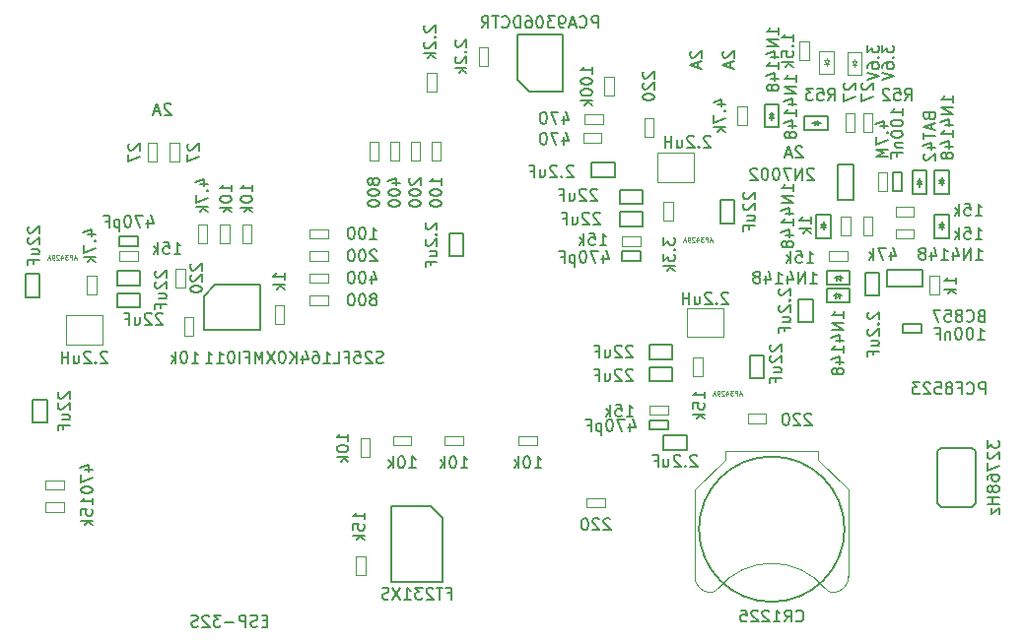
<source format=gbr>
G04 #@! TF.FileFunction,Other,Fab,Bot*
%FSLAX46Y46*%
G04 Gerber Fmt 4.6, Leading zero omitted, Abs format (unit mm)*
G04 Created by KiCad (PCBNEW 4.0.7+dfsg1-1) date Fri Sep 29 00:39:50 2017*
%MOMM*%
%LPD*%
G01*
G04 APERTURE LIST*
%ADD10C,0.100000*%
%ADD11C,0.150000*%
G04 APERTURE END LIST*
D10*
X153644000Y-72126000D02*
X154444000Y-72126000D01*
X153644000Y-70526000D02*
X153644000Y-72126000D01*
X154444000Y-70526000D02*
X153644000Y-70526000D01*
X154444000Y-72126000D02*
X154444000Y-70526000D01*
X160470000Y-89340000D02*
X160470000Y-86840000D01*
X157270000Y-89340000D02*
X160470000Y-89340000D01*
X157270000Y-86840000D02*
X157270000Y-89340000D01*
X160470000Y-86840000D02*
X157270000Y-86840000D01*
X157930000Y-76005000D02*
X157930000Y-73505000D01*
X154730000Y-76005000D02*
X157930000Y-76005000D01*
X154730000Y-73505000D02*
X154730000Y-76005000D01*
X157930000Y-73505000D02*
X154730000Y-73505000D01*
X103930000Y-87475000D02*
X103930000Y-89975000D01*
X107130000Y-87475000D02*
X103930000Y-87475000D01*
X107130000Y-89975000D02*
X107130000Y-87475000D01*
X103930000Y-89975000D02*
X107130000Y-89975000D01*
D11*
X101710000Y-83915000D02*
X100460000Y-83915000D01*
X101710000Y-85915000D02*
X101710000Y-83915000D01*
X100460000Y-85915000D02*
X101710000Y-85915000D01*
X100460000Y-83915000D02*
X100460000Y-85915000D01*
X154060000Y-90005000D02*
X154060000Y-91255000D01*
X156060000Y-90005000D02*
X154060000Y-90005000D01*
X156060000Y-91255000D02*
X156060000Y-90005000D01*
X154060000Y-91255000D02*
X156060000Y-91255000D01*
X154060000Y-91910000D02*
X154060000Y-93160000D01*
X156060000Y-91910000D02*
X154060000Y-91910000D01*
X156060000Y-93160000D02*
X156060000Y-91910000D01*
X154060000Y-93160000D02*
X156060000Y-93160000D01*
X162690000Y-92900000D02*
X163940000Y-92900000D01*
X162690000Y-90900000D02*
X162690000Y-92900000D01*
X163940000Y-90900000D02*
X162690000Y-90900000D01*
X163940000Y-92900000D02*
X163940000Y-90900000D01*
X151520000Y-78575000D02*
X151520000Y-79825000D01*
X153520000Y-78575000D02*
X151520000Y-78575000D01*
X153520000Y-79825000D02*
X153520000Y-78575000D01*
X151520000Y-79825000D02*
X153520000Y-79825000D01*
X151520000Y-76670000D02*
X151520000Y-77920000D01*
X153520000Y-76670000D02*
X151520000Y-76670000D01*
X153520000Y-77920000D02*
X153520000Y-76670000D01*
X151520000Y-77920000D02*
X153520000Y-77920000D01*
X160150000Y-79565000D02*
X161400000Y-79565000D01*
X160150000Y-77565000D02*
X160150000Y-79565000D01*
X161400000Y-77565000D02*
X160150000Y-77565000D01*
X161400000Y-79565000D02*
X161400000Y-77565000D01*
X110340000Y-84905000D02*
X110340000Y-83655000D01*
X108340000Y-84905000D02*
X110340000Y-84905000D01*
X108340000Y-83655000D02*
X108340000Y-84905000D01*
X110340000Y-83655000D02*
X108340000Y-83655000D01*
X110340000Y-86810000D02*
X110340000Y-85560000D01*
X108340000Y-86810000D02*
X110340000Y-86810000D01*
X108340000Y-85560000D02*
X108340000Y-86810000D01*
X110340000Y-85560000D02*
X108340000Y-85560000D01*
X172596000Y-85788000D02*
X173846000Y-85788000D01*
X172596000Y-83788000D02*
X172596000Y-85788000D01*
X173846000Y-83788000D02*
X172596000Y-83788000D01*
X173846000Y-85788000D02*
X173846000Y-83788000D01*
X170500000Y-84280000D02*
X170700000Y-84280000D01*
X170200000Y-84280000D02*
X170000000Y-84280000D01*
X170200000Y-84480000D02*
X170200000Y-84080000D01*
X170500000Y-84080000D02*
X170500000Y-84480000D01*
X170200000Y-84280000D02*
X170500000Y-84080000D01*
X170500000Y-84480000D02*
X170200000Y-84280000D01*
X169300000Y-83680000D02*
X169300000Y-84880000D01*
X171300000Y-83680000D02*
X169300000Y-83680000D01*
X171300000Y-84880000D02*
X171300000Y-83680000D01*
X169300000Y-84880000D02*
X171300000Y-84880000D01*
X179190000Y-79635000D02*
X179190000Y-79435000D01*
X179190000Y-79935000D02*
X179190000Y-80135000D01*
X179390000Y-79935000D02*
X178990000Y-79935000D01*
X178990000Y-79635000D02*
X179390000Y-79635000D01*
X179190000Y-79935000D02*
X178990000Y-79635000D01*
X179390000Y-79635000D02*
X179190000Y-79935000D01*
X178590000Y-80835000D02*
X179790000Y-80835000D01*
X178590000Y-78835000D02*
X178590000Y-80835000D01*
X179790000Y-78835000D02*
X178590000Y-78835000D01*
X179790000Y-80835000D02*
X179790000Y-78835000D01*
X177285000Y-76225000D02*
X177285000Y-76425000D01*
X177285000Y-75925000D02*
X177285000Y-75725000D01*
X177085000Y-75925000D02*
X177485000Y-75925000D01*
X177485000Y-76225000D02*
X177085000Y-76225000D01*
X177285000Y-75925000D02*
X177485000Y-76225000D01*
X177085000Y-76225000D02*
X177285000Y-75925000D01*
X177885000Y-75025000D02*
X176685000Y-75025000D01*
X177885000Y-77025000D02*
X177885000Y-75025000D01*
X176685000Y-77025000D02*
X177885000Y-77025000D01*
X176685000Y-75025000D02*
X176685000Y-77025000D01*
X169030000Y-79635000D02*
X169030000Y-79435000D01*
X169030000Y-79935000D02*
X169030000Y-80135000D01*
X169230000Y-79935000D02*
X168830000Y-79935000D01*
X168830000Y-79635000D02*
X169230000Y-79635000D01*
X169030000Y-79935000D02*
X168830000Y-79635000D01*
X169230000Y-79635000D02*
X169030000Y-79935000D01*
X168430000Y-80835000D02*
X169630000Y-80835000D01*
X168430000Y-78835000D02*
X168430000Y-80835000D01*
X169630000Y-78835000D02*
X168430000Y-78835000D01*
X169630000Y-80835000D02*
X169630000Y-78835000D01*
X177535000Y-83580000D02*
X174495000Y-83580000D01*
X174495000Y-84980000D02*
X174495000Y-83580000D01*
X177535000Y-84980000D02*
X177535000Y-83580000D01*
X177535000Y-84980000D02*
X174495000Y-84980000D01*
X170235000Y-74505000D02*
X170235000Y-77545000D01*
X171635000Y-77545000D02*
X170235000Y-77545000D01*
X171635000Y-74505000D02*
X170235000Y-74505000D01*
X171635000Y-74505000D02*
X171635000Y-77545000D01*
X154060000Y-96510000D02*
X154060000Y-97310000D01*
X155660000Y-96510000D02*
X154060000Y-96510000D01*
X155660000Y-97310000D02*
X155660000Y-96510000D01*
X154060000Y-97310000D02*
X155660000Y-97310000D01*
X151720000Y-81975000D02*
X151720000Y-82775000D01*
X153320000Y-81975000D02*
X151720000Y-81975000D01*
X153320000Y-82775000D02*
X153320000Y-81975000D01*
X151720000Y-82775000D02*
X153320000Y-82775000D01*
X110140000Y-81505000D02*
X110140000Y-80705000D01*
X108540000Y-81505000D02*
X110140000Y-81505000D01*
X108540000Y-80705000D02*
X108540000Y-81505000D01*
X110140000Y-80705000D02*
X108540000Y-80705000D01*
X175780000Y-75225000D02*
X174980000Y-75225000D01*
X175780000Y-76825000D02*
X175780000Y-75225000D01*
X174980000Y-76825000D02*
X175780000Y-76825000D01*
X174980000Y-75225000D02*
X174980000Y-76825000D01*
D10*
X169500000Y-81975000D02*
X169500000Y-82775000D01*
X171100000Y-81975000D02*
X169500000Y-81975000D01*
X171100000Y-82775000D02*
X171100000Y-81975000D01*
X169500000Y-82775000D02*
X171100000Y-82775000D01*
X172440000Y-80635000D02*
X173240000Y-80635000D01*
X172440000Y-79035000D02*
X172440000Y-80635000D01*
X173240000Y-79035000D02*
X172440000Y-79035000D01*
X173240000Y-80635000D02*
X173240000Y-79035000D01*
X176815000Y-80870000D02*
X176815000Y-80070000D01*
X175215000Y-80870000D02*
X176815000Y-80870000D01*
X175215000Y-80070000D02*
X175215000Y-80870000D01*
X176815000Y-80070000D02*
X175215000Y-80070000D01*
X174510000Y-75225000D02*
X173710000Y-75225000D01*
X174510000Y-76825000D02*
X174510000Y-75225000D01*
X173710000Y-76825000D02*
X174510000Y-76825000D01*
X173710000Y-75225000D02*
X173710000Y-76825000D01*
X178955000Y-84115000D02*
X178155000Y-84115000D01*
X178955000Y-85715000D02*
X178955000Y-84115000D01*
X178155000Y-85715000D02*
X178955000Y-85715000D01*
X178155000Y-84115000D02*
X178155000Y-85715000D01*
X114185000Y-83480000D02*
X113385000Y-83480000D01*
X114185000Y-85080000D02*
X114185000Y-83480000D01*
X113385000Y-85080000D02*
X114185000Y-85080000D01*
X113385000Y-83480000D02*
X113385000Y-85080000D01*
X170535000Y-80635000D02*
X171335000Y-80635000D01*
X170535000Y-79035000D02*
X170535000Y-80635000D01*
X171335000Y-79035000D02*
X170535000Y-79035000D01*
X171335000Y-80635000D02*
X171335000Y-79035000D01*
X129680000Y-108200000D02*
X128880000Y-108200000D01*
X129680000Y-109800000D02*
X129680000Y-108200000D01*
X128880000Y-109800000D02*
X129680000Y-109800000D01*
X128880000Y-108200000D02*
X128880000Y-109800000D01*
X150272000Y-103984000D02*
X150272000Y-103184000D01*
X148672000Y-103984000D02*
X150272000Y-103984000D01*
X148672000Y-103184000D02*
X148672000Y-103984000D01*
X150272000Y-103184000D02*
X148672000Y-103184000D01*
X176815000Y-78965000D02*
X176815000Y-78165000D01*
X175215000Y-78965000D02*
X176815000Y-78965000D01*
X175215000Y-78165000D02*
X175215000Y-78965000D01*
X176815000Y-78165000D02*
X175215000Y-78165000D01*
X154060000Y-95240000D02*
X154060000Y-96040000D01*
X155660000Y-95240000D02*
X154060000Y-95240000D01*
X155660000Y-96040000D02*
X155660000Y-95240000D01*
X154060000Y-96040000D02*
X155660000Y-96040000D01*
X110140000Y-82775000D02*
X110140000Y-81975000D01*
X108540000Y-82775000D02*
X110140000Y-82775000D01*
X108540000Y-81975000D02*
X108540000Y-82775000D01*
X110140000Y-81975000D02*
X108540000Y-81975000D01*
X151720000Y-80705000D02*
X151720000Y-81505000D01*
X153320000Y-80705000D02*
X151720000Y-80705000D01*
X153320000Y-81505000D02*
X153320000Y-80705000D01*
X151720000Y-81505000D02*
X153320000Y-81505000D01*
X158635000Y-91100000D02*
X157835000Y-91100000D01*
X158635000Y-92700000D02*
X158635000Y-91100000D01*
X157835000Y-92700000D02*
X158635000Y-92700000D01*
X157835000Y-91100000D02*
X157835000Y-92700000D01*
X105765000Y-85715000D02*
X106565000Y-85715000D01*
X105765000Y-84115000D02*
X105765000Y-85715000D01*
X106565000Y-84115000D02*
X105765000Y-84115000D01*
X106565000Y-85715000D02*
X106565000Y-84115000D01*
X156095000Y-77765000D02*
X155295000Y-77765000D01*
X156095000Y-79365000D02*
X156095000Y-77765000D01*
X155295000Y-79365000D02*
X156095000Y-79365000D01*
X155295000Y-77765000D02*
X155295000Y-79365000D01*
X126482000Y-86585000D02*
X126482000Y-85785000D01*
X124882000Y-86585000D02*
X126482000Y-86585000D01*
X124882000Y-85785000D02*
X124882000Y-86585000D01*
X126482000Y-85785000D02*
X124882000Y-85785000D01*
X126482000Y-84679000D02*
X126482000Y-83879000D01*
X124882000Y-84679000D02*
X126482000Y-84679000D01*
X124882000Y-83879000D02*
X124882000Y-84679000D01*
X126482000Y-83879000D02*
X124882000Y-83879000D01*
X126482000Y-82775000D02*
X126482000Y-81975000D01*
X124882000Y-82775000D02*
X126482000Y-82775000D01*
X124882000Y-81975000D02*
X124882000Y-82775000D01*
X126482000Y-81975000D02*
X124882000Y-81975000D01*
X126482000Y-80870000D02*
X126482000Y-80070000D01*
X124882000Y-80870000D02*
X126482000Y-80870000D01*
X124882000Y-80070000D02*
X124882000Y-80870000D01*
X126482000Y-80070000D02*
X124882000Y-80070000D01*
X130022000Y-74158000D02*
X130822000Y-74158000D01*
X130022000Y-72558000D02*
X130022000Y-74158000D01*
X130822000Y-72558000D02*
X130022000Y-72558000D01*
X130822000Y-74158000D02*
X130822000Y-72558000D01*
X131800000Y-74158000D02*
X132600000Y-74158000D01*
X131800000Y-72558000D02*
X131800000Y-74158000D01*
X132600000Y-72558000D02*
X131800000Y-72558000D01*
X132600000Y-74158000D02*
X132600000Y-72558000D01*
X133578000Y-74158000D02*
X134378000Y-74158000D01*
X133578000Y-72558000D02*
X133578000Y-74158000D01*
X134378000Y-72558000D02*
X133578000Y-72558000D01*
X134378000Y-74158000D02*
X134378000Y-72558000D01*
X135356000Y-74158000D02*
X136156000Y-74158000D01*
X135356000Y-72558000D02*
X135356000Y-74158000D01*
X136156000Y-72558000D02*
X135356000Y-72558000D01*
X136156000Y-74158000D02*
X136156000Y-72558000D01*
D11*
X115780000Y-85870000D02*
X115780000Y-88770000D01*
X115780000Y-88770000D02*
X120680000Y-88770000D01*
X120680000Y-88770000D02*
X120680000Y-84870000D01*
X120680000Y-84870000D02*
X116780000Y-84870000D01*
X116780000Y-84870000D02*
X115780000Y-85870000D01*
X175850000Y-88198000D02*
X175850000Y-88998000D01*
X177450000Y-88198000D02*
X175850000Y-88198000D01*
X177450000Y-88998000D02*
X177450000Y-88198000D01*
X175850000Y-88998000D02*
X177450000Y-88998000D01*
X143730000Y-68250000D02*
X146630000Y-68250000D01*
X146630000Y-68250000D02*
X146630000Y-63350000D01*
X146630000Y-63350000D02*
X142730000Y-63350000D01*
X142730000Y-63350000D02*
X142730000Y-67250000D01*
X142730000Y-67250000D02*
X143730000Y-68250000D01*
X170100000Y-85804000D02*
X169900000Y-85804000D01*
X170400000Y-85804000D02*
X170600000Y-85804000D01*
X170400000Y-85604000D02*
X170400000Y-86004000D01*
X170100000Y-86004000D02*
X170100000Y-85604000D01*
X170400000Y-85804000D02*
X170100000Y-86004000D01*
X170100000Y-85604000D02*
X170400000Y-85804000D01*
X171300000Y-86404000D02*
X171300000Y-85204000D01*
X169300000Y-86404000D02*
X171300000Y-86404000D01*
X169300000Y-85204000D02*
X169300000Y-86404000D01*
X171300000Y-85204000D02*
X169300000Y-85204000D01*
X179190000Y-75825000D02*
X179190000Y-75625000D01*
X179190000Y-76125000D02*
X179190000Y-76325000D01*
X179390000Y-76125000D02*
X178990000Y-76125000D01*
X178990000Y-75825000D02*
X179390000Y-75825000D01*
X179190000Y-76125000D02*
X178990000Y-75825000D01*
X179390000Y-75825000D02*
X179190000Y-76125000D01*
X178590000Y-77025000D02*
X179790000Y-77025000D01*
X178590000Y-75025000D02*
X178590000Y-77025000D01*
X179790000Y-75025000D02*
X178590000Y-75025000D01*
X179790000Y-77025000D02*
X179790000Y-75025000D01*
X168595000Y-70945000D02*
X168795000Y-70945000D01*
X168295000Y-70945000D02*
X168095000Y-70945000D01*
X168295000Y-71145000D02*
X168295000Y-70745000D01*
X168595000Y-70745000D02*
X168595000Y-71145000D01*
X168295000Y-70945000D02*
X168595000Y-70745000D01*
X168595000Y-71145000D02*
X168295000Y-70945000D01*
X167395000Y-70345000D02*
X167395000Y-71545000D01*
X169395000Y-70345000D02*
X167395000Y-70345000D01*
X169395000Y-71545000D02*
X169395000Y-70345000D01*
X167395000Y-71545000D02*
X169395000Y-71545000D01*
X164585000Y-70510000D02*
X164585000Y-70710000D01*
X164585000Y-70210000D02*
X164585000Y-70010000D01*
X164385000Y-70210000D02*
X164785000Y-70210000D01*
X164785000Y-70510000D02*
X164385000Y-70510000D01*
X164585000Y-70210000D02*
X164785000Y-70510000D01*
X164385000Y-70510000D02*
X164585000Y-70210000D01*
X165185000Y-69310000D02*
X163985000Y-69310000D01*
X165185000Y-71310000D02*
X165185000Y-69310000D01*
X163985000Y-71310000D02*
X165185000Y-71310000D01*
X163985000Y-69310000D02*
X163985000Y-71310000D01*
D10*
X161645000Y-71110000D02*
X162445000Y-71110000D01*
X161645000Y-69510000D02*
X161645000Y-71110000D01*
X162445000Y-69510000D02*
X161645000Y-69510000D01*
X162445000Y-71110000D02*
X162445000Y-69510000D01*
X139420000Y-66030000D02*
X140220000Y-66030000D01*
X139420000Y-64430000D02*
X139420000Y-66030000D01*
X140220000Y-64430000D02*
X139420000Y-64430000D01*
X140220000Y-66030000D02*
X140220000Y-64430000D01*
X134975000Y-68232000D02*
X135775000Y-68232000D01*
X134975000Y-66632000D02*
X134975000Y-68232000D01*
X135775000Y-66632000D02*
X134975000Y-66632000D01*
X135775000Y-68232000D02*
X135775000Y-66632000D01*
X150215000Y-68570000D02*
X151015000Y-68570000D01*
X150215000Y-66970000D02*
X150215000Y-68570000D01*
X151015000Y-66970000D02*
X150215000Y-66970000D01*
X151015000Y-68570000D02*
X151015000Y-66970000D01*
X149975000Y-72615000D02*
X149975000Y-71815000D01*
X148375000Y-72615000D02*
X149975000Y-72615000D01*
X148375000Y-71815000D02*
X148375000Y-72615000D01*
X149975000Y-71815000D02*
X148375000Y-71815000D01*
X150080000Y-71000000D02*
X150080000Y-70200000D01*
X148480000Y-71000000D02*
X150080000Y-71000000D01*
X148480000Y-70200000D02*
X148480000Y-71000000D01*
X150080000Y-70200000D02*
X148480000Y-70200000D01*
D11*
X135305000Y-103890000D02*
X131905000Y-103890000D01*
X131905000Y-103890000D02*
X131905000Y-110390000D01*
X131905000Y-110390000D02*
X136305000Y-110390000D01*
X136305000Y-110390000D02*
X136305000Y-104890000D01*
X136305000Y-104890000D02*
X135305000Y-103890000D01*
D10*
X119900000Y-79670000D02*
X119100000Y-79670000D01*
X119900000Y-81270000D02*
X119900000Y-79670000D01*
X119100000Y-81270000D02*
X119900000Y-81270000D01*
X119100000Y-79670000D02*
X119100000Y-81270000D01*
X114080000Y-89200000D02*
X114880000Y-89200000D01*
X114080000Y-87600000D02*
X114080000Y-89200000D01*
X114880000Y-87600000D02*
X114080000Y-87600000D01*
X114880000Y-89200000D02*
X114880000Y-87600000D01*
X129260000Y-99685000D02*
X130060000Y-99685000D01*
X129260000Y-98085000D02*
X129260000Y-99685000D01*
X130060000Y-98085000D02*
X129260000Y-98085000D01*
X130060000Y-99685000D02*
X130060000Y-98085000D01*
X117995000Y-79670000D02*
X117195000Y-79670000D01*
X117995000Y-81270000D02*
X117995000Y-79670000D01*
X117195000Y-81270000D02*
X117995000Y-81270000D01*
X117195000Y-79670000D02*
X117195000Y-81270000D01*
X122680000Y-86600000D02*
X121880000Y-86600000D01*
X122680000Y-88200000D02*
X122680000Y-86600000D01*
X121880000Y-88200000D02*
X122680000Y-88200000D01*
X121880000Y-86600000D02*
X121880000Y-88200000D01*
X116090000Y-79670000D02*
X115290000Y-79670000D01*
X116090000Y-81270000D02*
X116090000Y-79670000D01*
X115290000Y-81270000D02*
X116090000Y-81270000D01*
X115290000Y-79670000D02*
X115290000Y-81270000D01*
X144430000Y-98650000D02*
X144430000Y-97850000D01*
X142830000Y-98650000D02*
X144430000Y-98650000D01*
X142830000Y-97850000D02*
X142830000Y-98650000D01*
X144430000Y-97850000D02*
X142830000Y-97850000D01*
X138080000Y-98650000D02*
X138080000Y-97850000D01*
X136480000Y-98650000D02*
X138080000Y-98650000D01*
X136480000Y-97850000D02*
X136480000Y-98650000D01*
X138080000Y-97850000D02*
X136480000Y-97850000D01*
X133635000Y-98650000D02*
X133635000Y-97850000D01*
X132035000Y-98650000D02*
X133635000Y-98650000D01*
X132035000Y-97850000D02*
X132035000Y-98650000D01*
X133635000Y-97850000D02*
X132035000Y-97850000D01*
X102190000Y-103565000D02*
X102190000Y-104365000D01*
X103790000Y-103565000D02*
X102190000Y-103565000D01*
X103790000Y-104365000D02*
X103790000Y-103565000D01*
X102190000Y-104365000D02*
X103790000Y-104365000D01*
D11*
X181810000Y-103975000D02*
X182110000Y-103675000D01*
X178810000Y-103675000D02*
X179110000Y-103975000D01*
X179110000Y-98875000D02*
X178810000Y-99175000D01*
X182110000Y-99175000D02*
X181810000Y-98875000D01*
X179110000Y-98875000D02*
X181810000Y-98875000D01*
X182110000Y-99175000D02*
X182110000Y-103675000D01*
X181810000Y-103975000D02*
X179110000Y-103975000D01*
X178810000Y-103675000D02*
X178810000Y-99175000D01*
D10*
X102190000Y-101660000D02*
X102190000Y-102460000D01*
X103790000Y-101660000D02*
X102190000Y-101660000D01*
X103790000Y-102460000D02*
X103790000Y-101660000D01*
X102190000Y-102460000D02*
X103790000Y-102460000D01*
D11*
X166881000Y-88074000D02*
X168131000Y-88074000D01*
X166881000Y-86074000D02*
X166881000Y-88074000D01*
X168131000Y-86074000D02*
X166881000Y-86074000D01*
X168131000Y-88074000D02*
X168131000Y-86074000D01*
D10*
X164115000Y-96745000D02*
X164115000Y-95945000D01*
X162515000Y-96745000D02*
X164115000Y-96745000D01*
X162515000Y-95945000D02*
X162515000Y-96745000D01*
X164115000Y-95945000D02*
X162515000Y-95945000D01*
X166979000Y-65522000D02*
X167779000Y-65522000D01*
X166979000Y-63922000D02*
X166979000Y-65522000D01*
X167779000Y-63922000D02*
X166979000Y-63922000D01*
X167779000Y-65522000D02*
X167779000Y-63922000D01*
D11*
X155280000Y-97775000D02*
X155280000Y-99025000D01*
X157280000Y-97775000D02*
X155280000Y-97775000D01*
X157280000Y-99025000D02*
X157280000Y-97775000D01*
X155280000Y-99025000D02*
X157280000Y-99025000D01*
X136855000Y-82400000D02*
X138105000Y-82400000D01*
X136855000Y-80400000D02*
X136855000Y-82400000D01*
X138105000Y-80400000D02*
X136855000Y-80400000D01*
X138105000Y-82400000D02*
X138105000Y-80400000D01*
X151080000Y-75625000D02*
X151080000Y-74375000D01*
X149080000Y-75625000D02*
X151080000Y-75625000D01*
X149080000Y-74375000D02*
X149080000Y-75625000D01*
X151080000Y-74375000D02*
X149080000Y-74375000D01*
X102345000Y-94710000D02*
X101095000Y-94710000D01*
X102345000Y-96710000D02*
X102345000Y-94710000D01*
X101095000Y-96710000D02*
X102345000Y-96710000D01*
X101095000Y-94710000D02*
X101095000Y-96710000D01*
D10*
X112877000Y-74285000D02*
X113677000Y-74285000D01*
X112877000Y-72685000D02*
X112877000Y-74285000D01*
X113677000Y-72685000D02*
X112877000Y-72685000D01*
X113677000Y-74285000D02*
X113677000Y-72685000D01*
X110972000Y-74285000D02*
X111772000Y-74285000D01*
X110972000Y-72685000D02*
X110972000Y-74285000D01*
X111772000Y-72685000D02*
X110972000Y-72685000D01*
X111772000Y-74285000D02*
X111772000Y-72685000D01*
X169284000Y-65538000D02*
X169284000Y-65338000D01*
X169284000Y-65838000D02*
X169284000Y-66038000D01*
X169484000Y-65838000D02*
X169084000Y-65838000D01*
X169084000Y-65538000D02*
X169484000Y-65538000D01*
X169284000Y-65838000D02*
X169084000Y-65538000D01*
X169484000Y-65538000D02*
X169284000Y-65838000D01*
X168659000Y-66738000D02*
X169909000Y-66738000D01*
X168659000Y-64738000D02*
X168659000Y-66738000D01*
X169909000Y-64738000D02*
X168659000Y-64738000D01*
X169909000Y-66738000D02*
X169909000Y-64738000D01*
X171697000Y-65631000D02*
X171697000Y-65431000D01*
X171697000Y-65931000D02*
X171697000Y-66131000D01*
X171897000Y-65931000D02*
X171497000Y-65931000D01*
X171497000Y-65631000D02*
X171897000Y-65631000D01*
X171697000Y-65931000D02*
X171497000Y-65631000D01*
X171897000Y-65631000D02*
X171697000Y-65931000D01*
X171072000Y-66831000D02*
X172322000Y-66831000D01*
X171072000Y-64831000D02*
X171072000Y-66831000D01*
X172322000Y-64831000D02*
X171072000Y-64831000D01*
X172322000Y-66831000D02*
X172322000Y-64831000D01*
X172440000Y-71745000D02*
X173240000Y-71745000D01*
X172440000Y-70145000D02*
X172440000Y-71745000D01*
X173240000Y-70145000D02*
X172440000Y-70145000D01*
X173240000Y-71745000D02*
X173240000Y-70145000D01*
X170916000Y-71745000D02*
X171716000Y-71745000D01*
X170916000Y-70145000D02*
X170916000Y-71745000D01*
X171716000Y-70145000D02*
X170916000Y-70145000D01*
X171716000Y-71745000D02*
X171716000Y-70145000D01*
D11*
X170835000Y-105870000D02*
G75*
G03X170835000Y-105870000I-6250000J0D01*
G01*
D10*
X159206987Y-111317558D02*
G75*
G03X159985000Y-110970000I88013J847558D01*
G01*
X169963013Y-111317558D02*
G75*
G02X169185000Y-110970000I-88013J847558D01*
G01*
X159977095Y-110979589D02*
G75*
G02X169185000Y-110970000I4607905J-3790411D01*
G01*
X157985000Y-109920000D02*
G75*
G03X159285000Y-111320000I1350000J-50000D01*
G01*
X171185000Y-109920000D02*
G75*
G02X169885000Y-111320000I-1350000J-50000D01*
G01*
X157985000Y-102470000D02*
X157985000Y-109970000D01*
X171185000Y-102470000D02*
X171185000Y-109970000D01*
X160585000Y-99870000D02*
X157985000Y-102470000D01*
X168585000Y-99870000D02*
X171185000Y-102470000D01*
X160585000Y-99170000D02*
X160585000Y-99870000D01*
X168585000Y-99170000D02*
X168585000Y-99870000D01*
X168585000Y-99170000D02*
X160585000Y-99170000D01*
D11*
X153591619Y-66531905D02*
X153544000Y-66579524D01*
X153496381Y-66674762D01*
X153496381Y-66912858D01*
X153544000Y-67008096D01*
X153591619Y-67055715D01*
X153686857Y-67103334D01*
X153782095Y-67103334D01*
X153924952Y-67055715D01*
X154496381Y-66484286D01*
X154496381Y-67103334D01*
X153591619Y-67484286D02*
X153544000Y-67531905D01*
X153496381Y-67627143D01*
X153496381Y-67865239D01*
X153544000Y-67960477D01*
X153591619Y-68008096D01*
X153686857Y-68055715D01*
X153782095Y-68055715D01*
X153924952Y-68008096D01*
X154496381Y-67436667D01*
X154496381Y-68055715D01*
X153496381Y-68674762D02*
X153496381Y-68770001D01*
X153544000Y-68865239D01*
X153591619Y-68912858D01*
X153686857Y-68960477D01*
X153877333Y-69008096D01*
X154115429Y-69008096D01*
X154305905Y-68960477D01*
X154401143Y-68912858D01*
X154448762Y-68865239D01*
X154496381Y-68770001D01*
X154496381Y-68674762D01*
X154448762Y-68579524D01*
X154401143Y-68531905D01*
X154305905Y-68484286D01*
X154115429Y-68436667D01*
X153877333Y-68436667D01*
X153686857Y-68484286D01*
X153591619Y-68531905D01*
X153544000Y-68579524D01*
X153496381Y-68674762D01*
X160449619Y-64769714D02*
X160402000Y-64817333D01*
X160354381Y-64912571D01*
X160354381Y-65150667D01*
X160402000Y-65245905D01*
X160449619Y-65293524D01*
X160544857Y-65341143D01*
X160640095Y-65341143D01*
X160782952Y-65293524D01*
X161354381Y-64722095D01*
X161354381Y-65341143D01*
X161068667Y-65722095D02*
X161068667Y-66198286D01*
X161354381Y-65626857D02*
X160354381Y-65960190D01*
X161354381Y-66293524D01*
X157655619Y-64769714D02*
X157608000Y-64817333D01*
X157560381Y-64912571D01*
X157560381Y-65150667D01*
X157608000Y-65245905D01*
X157655619Y-65293524D01*
X157750857Y-65341143D01*
X157846095Y-65341143D01*
X157988952Y-65293524D01*
X158560381Y-64722095D01*
X158560381Y-65341143D01*
X158274667Y-65722095D02*
X158274667Y-66198286D01*
X158560381Y-65626857D02*
X157560381Y-65960190D01*
X158560381Y-66293524D01*
X160846190Y-85605619D02*
X160798571Y-85558000D01*
X160703333Y-85510381D01*
X160465237Y-85510381D01*
X160369999Y-85558000D01*
X160322380Y-85605619D01*
X160274761Y-85700857D01*
X160274761Y-85796095D01*
X160322380Y-85938952D01*
X160893809Y-86510381D01*
X160274761Y-86510381D01*
X159846190Y-86415143D02*
X159798571Y-86462762D01*
X159846190Y-86510381D01*
X159893809Y-86462762D01*
X159846190Y-86415143D01*
X159846190Y-86510381D01*
X159417619Y-85605619D02*
X159370000Y-85558000D01*
X159274762Y-85510381D01*
X159036666Y-85510381D01*
X158941428Y-85558000D01*
X158893809Y-85605619D01*
X158846190Y-85700857D01*
X158846190Y-85796095D01*
X158893809Y-85938952D01*
X159465238Y-86510381D01*
X158846190Y-86510381D01*
X157989047Y-85843714D02*
X157989047Y-86510381D01*
X158417619Y-85843714D02*
X158417619Y-86367524D01*
X158370000Y-86462762D01*
X158274762Y-86510381D01*
X158131904Y-86510381D01*
X158036666Y-86462762D01*
X157989047Y-86415143D01*
X157512857Y-86510381D02*
X157512857Y-85510381D01*
X157512857Y-85986571D02*
X156941428Y-85986571D01*
X156941428Y-86510381D02*
X156941428Y-85510381D01*
D10*
X162003571Y-94252667D02*
X161813094Y-94252667D01*
X162041666Y-94366952D02*
X161908332Y-93966952D01*
X161774999Y-94366952D01*
X161641666Y-94366952D02*
X161641666Y-93966952D01*
X161489285Y-93966952D01*
X161451190Y-93986000D01*
X161432142Y-94005048D01*
X161413094Y-94043143D01*
X161413094Y-94100286D01*
X161432142Y-94138381D01*
X161451190Y-94157429D01*
X161489285Y-94176476D01*
X161641666Y-94176476D01*
X161279761Y-93966952D02*
X161032142Y-93966952D01*
X161165475Y-94119333D01*
X161108333Y-94119333D01*
X161070237Y-94138381D01*
X161051190Y-94157429D01*
X161032142Y-94195524D01*
X161032142Y-94290762D01*
X161051190Y-94328857D01*
X161070237Y-94347905D01*
X161108333Y-94366952D01*
X161222618Y-94366952D01*
X161260714Y-94347905D01*
X161279761Y-94328857D01*
X160689285Y-94100286D02*
X160689285Y-94366952D01*
X160784523Y-93947905D02*
X160879762Y-94233619D01*
X160632142Y-94233619D01*
X160498810Y-94005048D02*
X160479762Y-93986000D01*
X160441667Y-93966952D01*
X160346429Y-93966952D01*
X160308333Y-93986000D01*
X160289286Y-94005048D01*
X160270238Y-94043143D01*
X160270238Y-94081238D01*
X160289286Y-94138381D01*
X160517857Y-94366952D01*
X160270238Y-94366952D01*
X160079762Y-94366952D02*
X160003572Y-94366952D01*
X159965477Y-94347905D01*
X159946429Y-94328857D01*
X159908334Y-94271714D01*
X159889286Y-94195524D01*
X159889286Y-94043143D01*
X159908334Y-94005048D01*
X159927381Y-93986000D01*
X159965477Y-93966952D01*
X160041667Y-93966952D01*
X160079762Y-93986000D01*
X160098810Y-94005048D01*
X160117858Y-94043143D01*
X160117858Y-94138381D01*
X160098810Y-94176476D01*
X160079762Y-94195524D01*
X160041667Y-94214571D01*
X159965477Y-94214571D01*
X159927381Y-94195524D01*
X159908334Y-94176476D01*
X159889286Y-94138381D01*
X159736906Y-94252667D02*
X159546429Y-94252667D01*
X159775001Y-94366952D02*
X159641667Y-93966952D01*
X159508334Y-94366952D01*
D11*
X159322190Y-72143619D02*
X159274571Y-72096000D01*
X159179333Y-72048381D01*
X158941237Y-72048381D01*
X158845999Y-72096000D01*
X158798380Y-72143619D01*
X158750761Y-72238857D01*
X158750761Y-72334095D01*
X158798380Y-72476952D01*
X159369809Y-73048381D01*
X158750761Y-73048381D01*
X158322190Y-72953143D02*
X158274571Y-73000762D01*
X158322190Y-73048381D01*
X158369809Y-73000762D01*
X158322190Y-72953143D01*
X158322190Y-73048381D01*
X157893619Y-72143619D02*
X157846000Y-72096000D01*
X157750762Y-72048381D01*
X157512666Y-72048381D01*
X157417428Y-72096000D01*
X157369809Y-72143619D01*
X157322190Y-72238857D01*
X157322190Y-72334095D01*
X157369809Y-72476952D01*
X157941238Y-73048381D01*
X157322190Y-73048381D01*
X156465047Y-72381714D02*
X156465047Y-73048381D01*
X156893619Y-72381714D02*
X156893619Y-72905524D01*
X156846000Y-73000762D01*
X156750762Y-73048381D01*
X156607904Y-73048381D01*
X156512666Y-73000762D01*
X156465047Y-72953143D01*
X155988857Y-73048381D02*
X155988857Y-72048381D01*
X155988857Y-72524571D02*
X155417428Y-72524571D01*
X155417428Y-73048381D02*
X155417428Y-72048381D01*
D10*
X159463571Y-81044667D02*
X159273094Y-81044667D01*
X159501666Y-81158952D02*
X159368332Y-80758952D01*
X159234999Y-81158952D01*
X159101666Y-81158952D02*
X159101666Y-80758952D01*
X158949285Y-80758952D01*
X158911190Y-80778000D01*
X158892142Y-80797048D01*
X158873094Y-80835143D01*
X158873094Y-80892286D01*
X158892142Y-80930381D01*
X158911190Y-80949429D01*
X158949285Y-80968476D01*
X159101666Y-80968476D01*
X158739761Y-80758952D02*
X158492142Y-80758952D01*
X158625475Y-80911333D01*
X158568333Y-80911333D01*
X158530237Y-80930381D01*
X158511190Y-80949429D01*
X158492142Y-80987524D01*
X158492142Y-81082762D01*
X158511190Y-81120857D01*
X158530237Y-81139905D01*
X158568333Y-81158952D01*
X158682618Y-81158952D01*
X158720714Y-81139905D01*
X158739761Y-81120857D01*
X158149285Y-80892286D02*
X158149285Y-81158952D01*
X158244523Y-80739905D02*
X158339762Y-81025619D01*
X158092142Y-81025619D01*
X157958810Y-80797048D02*
X157939762Y-80778000D01*
X157901667Y-80758952D01*
X157806429Y-80758952D01*
X157768333Y-80778000D01*
X157749286Y-80797048D01*
X157730238Y-80835143D01*
X157730238Y-80873238D01*
X157749286Y-80930381D01*
X157977857Y-81158952D01*
X157730238Y-81158952D01*
X157539762Y-81158952D02*
X157463572Y-81158952D01*
X157425477Y-81139905D01*
X157406429Y-81120857D01*
X157368334Y-81063714D01*
X157349286Y-80987524D01*
X157349286Y-80835143D01*
X157368334Y-80797048D01*
X157387381Y-80778000D01*
X157425477Y-80758952D01*
X157501667Y-80758952D01*
X157539762Y-80778000D01*
X157558810Y-80797048D01*
X157577858Y-80835143D01*
X157577858Y-80930381D01*
X157558810Y-80968476D01*
X157539762Y-80987524D01*
X157501667Y-81006571D01*
X157425477Y-81006571D01*
X157387381Y-80987524D01*
X157368334Y-80968476D01*
X157349286Y-80930381D01*
X157196906Y-81044667D02*
X157006429Y-81044667D01*
X157235001Y-81158952D02*
X157101667Y-80758952D01*
X156968334Y-81158952D01*
D11*
X107506190Y-90685619D02*
X107458571Y-90638000D01*
X107363333Y-90590381D01*
X107125237Y-90590381D01*
X107029999Y-90638000D01*
X106982380Y-90685619D01*
X106934761Y-90780857D01*
X106934761Y-90876095D01*
X106982380Y-91018952D01*
X107553809Y-91590381D01*
X106934761Y-91590381D01*
X106506190Y-91495143D02*
X106458571Y-91542762D01*
X106506190Y-91590381D01*
X106553809Y-91542762D01*
X106506190Y-91495143D01*
X106506190Y-91590381D01*
X106077619Y-90685619D02*
X106030000Y-90638000D01*
X105934762Y-90590381D01*
X105696666Y-90590381D01*
X105601428Y-90638000D01*
X105553809Y-90685619D01*
X105506190Y-90780857D01*
X105506190Y-90876095D01*
X105553809Y-91018952D01*
X106125238Y-91590381D01*
X105506190Y-91590381D01*
X104649047Y-90923714D02*
X104649047Y-91590381D01*
X105077619Y-90923714D02*
X105077619Y-91447524D01*
X105030000Y-91542762D01*
X104934762Y-91590381D01*
X104791904Y-91590381D01*
X104696666Y-91542762D01*
X104649047Y-91495143D01*
X104172857Y-91590381D02*
X104172857Y-90590381D01*
X104172857Y-91066571D02*
X103601428Y-91066571D01*
X103601428Y-91590381D02*
X103601428Y-90590381D01*
D10*
X104853571Y-82568667D02*
X104663094Y-82568667D01*
X104891666Y-82682952D02*
X104758332Y-82282952D01*
X104624999Y-82682952D01*
X104491666Y-82682952D02*
X104491666Y-82282952D01*
X104339285Y-82282952D01*
X104301190Y-82302000D01*
X104282142Y-82321048D01*
X104263094Y-82359143D01*
X104263094Y-82416286D01*
X104282142Y-82454381D01*
X104301190Y-82473429D01*
X104339285Y-82492476D01*
X104491666Y-82492476D01*
X104129761Y-82282952D02*
X103882142Y-82282952D01*
X104015475Y-82435333D01*
X103958333Y-82435333D01*
X103920237Y-82454381D01*
X103901190Y-82473429D01*
X103882142Y-82511524D01*
X103882142Y-82606762D01*
X103901190Y-82644857D01*
X103920237Y-82663905D01*
X103958333Y-82682952D01*
X104072618Y-82682952D01*
X104110714Y-82663905D01*
X104129761Y-82644857D01*
X103539285Y-82416286D02*
X103539285Y-82682952D01*
X103634523Y-82263905D02*
X103729762Y-82549619D01*
X103482142Y-82549619D01*
X103348810Y-82321048D02*
X103329762Y-82302000D01*
X103291667Y-82282952D01*
X103196429Y-82282952D01*
X103158333Y-82302000D01*
X103139286Y-82321048D01*
X103120238Y-82359143D01*
X103120238Y-82397238D01*
X103139286Y-82454381D01*
X103367857Y-82682952D01*
X103120238Y-82682952D01*
X102929762Y-82682952D02*
X102853572Y-82682952D01*
X102815477Y-82663905D01*
X102796429Y-82644857D01*
X102758334Y-82587714D01*
X102739286Y-82511524D01*
X102739286Y-82359143D01*
X102758334Y-82321048D01*
X102777381Y-82302000D01*
X102815477Y-82282952D01*
X102891667Y-82282952D01*
X102929762Y-82302000D01*
X102948810Y-82321048D01*
X102967858Y-82359143D01*
X102967858Y-82454381D01*
X102948810Y-82492476D01*
X102929762Y-82511524D01*
X102891667Y-82530571D01*
X102815477Y-82530571D01*
X102777381Y-82511524D01*
X102758334Y-82492476D01*
X102739286Y-82454381D01*
X102586906Y-82568667D02*
X102396429Y-82568667D01*
X102625001Y-82682952D02*
X102491667Y-82282952D01*
X102358334Y-82682952D01*
D11*
X100759619Y-79843143D02*
X100712000Y-79890762D01*
X100664381Y-79986000D01*
X100664381Y-80224096D01*
X100712000Y-80319334D01*
X100759619Y-80366953D01*
X100854857Y-80414572D01*
X100950095Y-80414572D01*
X101092952Y-80366953D01*
X101664381Y-79795524D01*
X101664381Y-80414572D01*
X100759619Y-80795524D02*
X100712000Y-80843143D01*
X100664381Y-80938381D01*
X100664381Y-81176477D01*
X100712000Y-81271715D01*
X100759619Y-81319334D01*
X100854857Y-81366953D01*
X100950095Y-81366953D01*
X101092952Y-81319334D01*
X101664381Y-80747905D01*
X101664381Y-81366953D01*
X100997714Y-82224096D02*
X101664381Y-82224096D01*
X100997714Y-81795524D02*
X101521524Y-81795524D01*
X101616762Y-81843143D01*
X101664381Y-81938381D01*
X101664381Y-82081239D01*
X101616762Y-82176477D01*
X101569143Y-82224096D01*
X101140571Y-83033620D02*
X101140571Y-82700286D01*
X101664381Y-82700286D02*
X100664381Y-82700286D01*
X100664381Y-83176477D01*
X152638857Y-90177619D02*
X152591238Y-90130000D01*
X152496000Y-90082381D01*
X152257904Y-90082381D01*
X152162666Y-90130000D01*
X152115047Y-90177619D01*
X152067428Y-90272857D01*
X152067428Y-90368095D01*
X152115047Y-90510952D01*
X152686476Y-91082381D01*
X152067428Y-91082381D01*
X151686476Y-90177619D02*
X151638857Y-90130000D01*
X151543619Y-90082381D01*
X151305523Y-90082381D01*
X151210285Y-90130000D01*
X151162666Y-90177619D01*
X151115047Y-90272857D01*
X151115047Y-90368095D01*
X151162666Y-90510952D01*
X151734095Y-91082381D01*
X151115047Y-91082381D01*
X150257904Y-90415714D02*
X150257904Y-91082381D01*
X150686476Y-90415714D02*
X150686476Y-90939524D01*
X150638857Y-91034762D01*
X150543619Y-91082381D01*
X150400761Y-91082381D01*
X150305523Y-91034762D01*
X150257904Y-90987143D01*
X149448380Y-90558571D02*
X149781714Y-90558571D01*
X149781714Y-91082381D02*
X149781714Y-90082381D01*
X149305523Y-90082381D01*
X152638857Y-92209619D02*
X152591238Y-92162000D01*
X152496000Y-92114381D01*
X152257904Y-92114381D01*
X152162666Y-92162000D01*
X152115047Y-92209619D01*
X152067428Y-92304857D01*
X152067428Y-92400095D01*
X152115047Y-92542952D01*
X152686476Y-93114381D01*
X152067428Y-93114381D01*
X151686476Y-92209619D02*
X151638857Y-92162000D01*
X151543619Y-92114381D01*
X151305523Y-92114381D01*
X151210285Y-92162000D01*
X151162666Y-92209619D01*
X151115047Y-92304857D01*
X151115047Y-92400095D01*
X151162666Y-92542952D01*
X151734095Y-93114381D01*
X151115047Y-93114381D01*
X150257904Y-92447714D02*
X150257904Y-93114381D01*
X150686476Y-92447714D02*
X150686476Y-92971524D01*
X150638857Y-93066762D01*
X150543619Y-93114381D01*
X150400761Y-93114381D01*
X150305523Y-93066762D01*
X150257904Y-93019143D01*
X149448380Y-92590571D02*
X149781714Y-92590571D01*
X149781714Y-93114381D02*
X149781714Y-92114381D01*
X149305523Y-92114381D01*
X164513619Y-90003143D02*
X164466000Y-90050762D01*
X164418381Y-90146000D01*
X164418381Y-90384096D01*
X164466000Y-90479334D01*
X164513619Y-90526953D01*
X164608857Y-90574572D01*
X164704095Y-90574572D01*
X164846952Y-90526953D01*
X165418381Y-89955524D01*
X165418381Y-90574572D01*
X164513619Y-90955524D02*
X164466000Y-91003143D01*
X164418381Y-91098381D01*
X164418381Y-91336477D01*
X164466000Y-91431715D01*
X164513619Y-91479334D01*
X164608857Y-91526953D01*
X164704095Y-91526953D01*
X164846952Y-91479334D01*
X165418381Y-90907905D01*
X165418381Y-91526953D01*
X164751714Y-92384096D02*
X165418381Y-92384096D01*
X164751714Y-91955524D02*
X165275524Y-91955524D01*
X165370762Y-92003143D01*
X165418381Y-92098381D01*
X165418381Y-92241239D01*
X165370762Y-92336477D01*
X165323143Y-92384096D01*
X164894571Y-93193620D02*
X164894571Y-92860286D01*
X165418381Y-92860286D02*
X164418381Y-92860286D01*
X164418381Y-93336477D01*
X149844857Y-78747619D02*
X149797238Y-78700000D01*
X149702000Y-78652381D01*
X149463904Y-78652381D01*
X149368666Y-78700000D01*
X149321047Y-78747619D01*
X149273428Y-78842857D01*
X149273428Y-78938095D01*
X149321047Y-79080952D01*
X149892476Y-79652381D01*
X149273428Y-79652381D01*
X148892476Y-78747619D02*
X148844857Y-78700000D01*
X148749619Y-78652381D01*
X148511523Y-78652381D01*
X148416285Y-78700000D01*
X148368666Y-78747619D01*
X148321047Y-78842857D01*
X148321047Y-78938095D01*
X148368666Y-79080952D01*
X148940095Y-79652381D01*
X148321047Y-79652381D01*
X147463904Y-78985714D02*
X147463904Y-79652381D01*
X147892476Y-78985714D02*
X147892476Y-79509524D01*
X147844857Y-79604762D01*
X147749619Y-79652381D01*
X147606761Y-79652381D01*
X147511523Y-79604762D01*
X147463904Y-79557143D01*
X146654380Y-79128571D02*
X146987714Y-79128571D01*
X146987714Y-79652381D02*
X146987714Y-78652381D01*
X146511523Y-78652381D01*
X149590857Y-76715619D02*
X149543238Y-76668000D01*
X149448000Y-76620381D01*
X149209904Y-76620381D01*
X149114666Y-76668000D01*
X149067047Y-76715619D01*
X149019428Y-76810857D01*
X149019428Y-76906095D01*
X149067047Y-77048952D01*
X149638476Y-77620381D01*
X149019428Y-77620381D01*
X148638476Y-76715619D02*
X148590857Y-76668000D01*
X148495619Y-76620381D01*
X148257523Y-76620381D01*
X148162285Y-76668000D01*
X148114666Y-76715619D01*
X148067047Y-76810857D01*
X148067047Y-76906095D01*
X148114666Y-77048952D01*
X148686095Y-77620381D01*
X148067047Y-77620381D01*
X147209904Y-76953714D02*
X147209904Y-77620381D01*
X147638476Y-76953714D02*
X147638476Y-77477524D01*
X147590857Y-77572762D01*
X147495619Y-77620381D01*
X147352761Y-77620381D01*
X147257523Y-77572762D01*
X147209904Y-77525143D01*
X146400380Y-77096571D02*
X146733714Y-77096571D01*
X146733714Y-77620381D02*
X146733714Y-76620381D01*
X146257523Y-76620381D01*
X162227619Y-76922143D02*
X162180000Y-76969762D01*
X162132381Y-77065000D01*
X162132381Y-77303096D01*
X162180000Y-77398334D01*
X162227619Y-77445953D01*
X162322857Y-77493572D01*
X162418095Y-77493572D01*
X162560952Y-77445953D01*
X163132381Y-76874524D01*
X163132381Y-77493572D01*
X162227619Y-77874524D02*
X162180000Y-77922143D01*
X162132381Y-78017381D01*
X162132381Y-78255477D01*
X162180000Y-78350715D01*
X162227619Y-78398334D01*
X162322857Y-78445953D01*
X162418095Y-78445953D01*
X162560952Y-78398334D01*
X163132381Y-77826905D01*
X163132381Y-78445953D01*
X162465714Y-79303096D02*
X163132381Y-79303096D01*
X162465714Y-78874524D02*
X162989524Y-78874524D01*
X163084762Y-78922143D01*
X163132381Y-79017381D01*
X163132381Y-79160239D01*
X163084762Y-79255477D01*
X163037143Y-79303096D01*
X162608571Y-80112620D02*
X162608571Y-79779286D01*
X163132381Y-79779286D02*
X162132381Y-79779286D01*
X162132381Y-80255477D01*
X111681619Y-83653143D02*
X111634000Y-83700762D01*
X111586381Y-83796000D01*
X111586381Y-84034096D01*
X111634000Y-84129334D01*
X111681619Y-84176953D01*
X111776857Y-84224572D01*
X111872095Y-84224572D01*
X112014952Y-84176953D01*
X112586381Y-83605524D01*
X112586381Y-84224572D01*
X111681619Y-84605524D02*
X111634000Y-84653143D01*
X111586381Y-84748381D01*
X111586381Y-84986477D01*
X111634000Y-85081715D01*
X111681619Y-85129334D01*
X111776857Y-85176953D01*
X111872095Y-85176953D01*
X112014952Y-85129334D01*
X112586381Y-84557905D01*
X112586381Y-85176953D01*
X111919714Y-86034096D02*
X112586381Y-86034096D01*
X111919714Y-85605524D02*
X112443524Y-85605524D01*
X112538762Y-85653143D01*
X112586381Y-85748381D01*
X112586381Y-85891239D01*
X112538762Y-85986477D01*
X112491143Y-86034096D01*
X112062571Y-86843620D02*
X112062571Y-86510286D01*
X112586381Y-86510286D02*
X111586381Y-86510286D01*
X111586381Y-86986477D01*
X112252857Y-87383619D02*
X112205238Y-87336000D01*
X112110000Y-87288381D01*
X111871904Y-87288381D01*
X111776666Y-87336000D01*
X111729047Y-87383619D01*
X111681428Y-87478857D01*
X111681428Y-87574095D01*
X111729047Y-87716952D01*
X112300476Y-88288381D01*
X111681428Y-88288381D01*
X111300476Y-87383619D02*
X111252857Y-87336000D01*
X111157619Y-87288381D01*
X110919523Y-87288381D01*
X110824285Y-87336000D01*
X110776666Y-87383619D01*
X110729047Y-87478857D01*
X110729047Y-87574095D01*
X110776666Y-87716952D01*
X111348095Y-88288381D01*
X110729047Y-88288381D01*
X109871904Y-87621714D02*
X109871904Y-88288381D01*
X110300476Y-87621714D02*
X110300476Y-88145524D01*
X110252857Y-88240762D01*
X110157619Y-88288381D01*
X110014761Y-88288381D01*
X109919523Y-88240762D01*
X109871904Y-88193143D01*
X109062380Y-87764571D02*
X109395714Y-87764571D01*
X109395714Y-88288381D02*
X109395714Y-87288381D01*
X108919523Y-87288381D01*
X112975286Y-69349619D02*
X112927667Y-69302000D01*
X112832429Y-69254381D01*
X112594333Y-69254381D01*
X112499095Y-69302000D01*
X112451476Y-69349619D01*
X112403857Y-69444857D01*
X112403857Y-69540095D01*
X112451476Y-69682952D01*
X113022905Y-70254381D01*
X112403857Y-70254381D01*
X112022905Y-69968667D02*
X111546714Y-69968667D01*
X112118143Y-70254381D02*
X111784810Y-69254381D01*
X111451476Y-70254381D01*
X167204286Y-73032619D02*
X167156667Y-72985000D01*
X167061429Y-72937381D01*
X166823333Y-72937381D01*
X166728095Y-72985000D01*
X166680476Y-73032619D01*
X166632857Y-73127857D01*
X166632857Y-73223095D01*
X166680476Y-73365952D01*
X167251905Y-73937381D01*
X166632857Y-73937381D01*
X166251905Y-73651667D02*
X165775714Y-73651667D01*
X166347143Y-73937381D02*
X166013810Y-72937381D01*
X165680476Y-73937381D01*
X182920238Y-94257381D02*
X182920238Y-93257381D01*
X182539285Y-93257381D01*
X182444047Y-93305000D01*
X182396428Y-93352619D01*
X182348809Y-93447857D01*
X182348809Y-93590714D01*
X182396428Y-93685952D01*
X182444047Y-93733571D01*
X182539285Y-93781190D01*
X182920238Y-93781190D01*
X181348809Y-94162143D02*
X181396428Y-94209762D01*
X181539285Y-94257381D01*
X181634523Y-94257381D01*
X181777381Y-94209762D01*
X181872619Y-94114524D01*
X181920238Y-94019286D01*
X181967857Y-93828810D01*
X181967857Y-93685952D01*
X181920238Y-93495476D01*
X181872619Y-93400238D01*
X181777381Y-93305000D01*
X181634523Y-93257381D01*
X181539285Y-93257381D01*
X181396428Y-93305000D01*
X181348809Y-93352619D01*
X180586904Y-93733571D02*
X180920238Y-93733571D01*
X180920238Y-94257381D02*
X180920238Y-93257381D01*
X180444047Y-93257381D01*
X179920238Y-93685952D02*
X180015476Y-93638333D01*
X180063095Y-93590714D01*
X180110714Y-93495476D01*
X180110714Y-93447857D01*
X180063095Y-93352619D01*
X180015476Y-93305000D01*
X179920238Y-93257381D01*
X179729761Y-93257381D01*
X179634523Y-93305000D01*
X179586904Y-93352619D01*
X179539285Y-93447857D01*
X179539285Y-93495476D01*
X179586904Y-93590714D01*
X179634523Y-93638333D01*
X179729761Y-93685952D01*
X179920238Y-93685952D01*
X180015476Y-93733571D01*
X180063095Y-93781190D01*
X180110714Y-93876429D01*
X180110714Y-94066905D01*
X180063095Y-94162143D01*
X180015476Y-94209762D01*
X179920238Y-94257381D01*
X179729761Y-94257381D01*
X179634523Y-94209762D01*
X179586904Y-94162143D01*
X179539285Y-94066905D01*
X179539285Y-93876429D01*
X179586904Y-93781190D01*
X179634523Y-93733571D01*
X179729761Y-93685952D01*
X178634523Y-93257381D02*
X179110714Y-93257381D01*
X179158333Y-93733571D01*
X179110714Y-93685952D01*
X179015476Y-93638333D01*
X178777380Y-93638333D01*
X178682142Y-93685952D01*
X178634523Y-93733571D01*
X178586904Y-93828810D01*
X178586904Y-94066905D01*
X178634523Y-94162143D01*
X178682142Y-94209762D01*
X178777380Y-94257381D01*
X179015476Y-94257381D01*
X179110714Y-94209762D01*
X179158333Y-94162143D01*
X178205952Y-93352619D02*
X178158333Y-93305000D01*
X178063095Y-93257381D01*
X177824999Y-93257381D01*
X177729761Y-93305000D01*
X177682142Y-93352619D01*
X177634523Y-93447857D01*
X177634523Y-93543095D01*
X177682142Y-93685952D01*
X178253571Y-94257381D01*
X177634523Y-94257381D01*
X177301190Y-93257381D02*
X176682142Y-93257381D01*
X177015476Y-93638333D01*
X176872618Y-93638333D01*
X176777380Y-93685952D01*
X176729761Y-93733571D01*
X176682142Y-93828810D01*
X176682142Y-94066905D01*
X176729761Y-94162143D01*
X176777380Y-94209762D01*
X176872618Y-94257381D01*
X177158333Y-94257381D01*
X177253571Y-94209762D01*
X177301190Y-94162143D01*
X172895619Y-87225048D02*
X172848000Y-87272667D01*
X172800381Y-87367905D01*
X172800381Y-87606001D01*
X172848000Y-87701239D01*
X172895619Y-87748858D01*
X172990857Y-87796477D01*
X173086095Y-87796477D01*
X173228952Y-87748858D01*
X173800381Y-87177429D01*
X173800381Y-87796477D01*
X173705143Y-88225048D02*
X173752762Y-88272667D01*
X173800381Y-88225048D01*
X173752762Y-88177429D01*
X173705143Y-88225048D01*
X173800381Y-88225048D01*
X172895619Y-88653619D02*
X172848000Y-88701238D01*
X172800381Y-88796476D01*
X172800381Y-89034572D01*
X172848000Y-89129810D01*
X172895619Y-89177429D01*
X172990857Y-89225048D01*
X173086095Y-89225048D01*
X173228952Y-89177429D01*
X173800381Y-88606000D01*
X173800381Y-89225048D01*
X173133714Y-90082191D02*
X173800381Y-90082191D01*
X173133714Y-89653619D02*
X173657524Y-89653619D01*
X173752762Y-89701238D01*
X173800381Y-89796476D01*
X173800381Y-89939334D01*
X173752762Y-90034572D01*
X173705143Y-90082191D01*
X173276571Y-90891715D02*
X173276571Y-90558381D01*
X173800381Y-90558381D02*
X172800381Y-90558381D01*
X172800381Y-91034572D01*
X167870857Y-84732381D02*
X168442286Y-84732381D01*
X168156572Y-84732381D02*
X168156572Y-83732381D01*
X168251810Y-83875238D01*
X168347048Y-83970476D01*
X168442286Y-84018095D01*
X167442286Y-84732381D02*
X167442286Y-83732381D01*
X166870857Y-84732381D01*
X166870857Y-83732381D01*
X165966095Y-84065714D02*
X165966095Y-84732381D01*
X166204191Y-83684762D02*
X166442286Y-84399048D01*
X165823238Y-84399048D01*
X164918476Y-84732381D02*
X165489905Y-84732381D01*
X165204191Y-84732381D02*
X165204191Y-83732381D01*
X165299429Y-83875238D01*
X165394667Y-83970476D01*
X165489905Y-84018095D01*
X164061333Y-84065714D02*
X164061333Y-84732381D01*
X164299429Y-83684762D02*
X164537524Y-84399048D01*
X163918476Y-84399048D01*
X163394667Y-84160952D02*
X163489905Y-84113333D01*
X163537524Y-84065714D01*
X163585143Y-83970476D01*
X163585143Y-83922857D01*
X163537524Y-83827619D01*
X163489905Y-83780000D01*
X163394667Y-83732381D01*
X163204190Y-83732381D01*
X163108952Y-83780000D01*
X163061333Y-83827619D01*
X163013714Y-83922857D01*
X163013714Y-83970476D01*
X163061333Y-84065714D01*
X163108952Y-84113333D01*
X163204190Y-84160952D01*
X163394667Y-84160952D01*
X163489905Y-84208571D01*
X163537524Y-84256190D01*
X163585143Y-84351429D01*
X163585143Y-84541905D01*
X163537524Y-84637143D01*
X163489905Y-84684762D01*
X163394667Y-84732381D01*
X163204190Y-84732381D01*
X163108952Y-84684762D01*
X163061333Y-84637143D01*
X163013714Y-84541905D01*
X163013714Y-84351429D01*
X163061333Y-84256190D01*
X163108952Y-84208571D01*
X163204190Y-84160952D01*
X182094857Y-82700381D02*
X182666286Y-82700381D01*
X182380572Y-82700381D02*
X182380572Y-81700381D01*
X182475810Y-81843238D01*
X182571048Y-81938476D01*
X182666286Y-81986095D01*
X181666286Y-82700381D02*
X181666286Y-81700381D01*
X181094857Y-82700381D01*
X181094857Y-81700381D01*
X180190095Y-82033714D02*
X180190095Y-82700381D01*
X180428191Y-81652762D02*
X180666286Y-82367048D01*
X180047238Y-82367048D01*
X179142476Y-82700381D02*
X179713905Y-82700381D01*
X179428191Y-82700381D02*
X179428191Y-81700381D01*
X179523429Y-81843238D01*
X179618667Y-81938476D01*
X179713905Y-81986095D01*
X178285333Y-82033714D02*
X178285333Y-82700381D01*
X178523429Y-81652762D02*
X178761524Y-82367048D01*
X178142476Y-82367048D01*
X177618667Y-82128952D02*
X177713905Y-82081333D01*
X177761524Y-82033714D01*
X177809143Y-81938476D01*
X177809143Y-81890857D01*
X177761524Y-81795619D01*
X177713905Y-81748000D01*
X177618667Y-81700381D01*
X177428190Y-81700381D01*
X177332952Y-81748000D01*
X177285333Y-81795619D01*
X177237714Y-81890857D01*
X177237714Y-81938476D01*
X177285333Y-82033714D01*
X177332952Y-82081333D01*
X177428190Y-82128952D01*
X177618667Y-82128952D01*
X177713905Y-82176571D01*
X177761524Y-82224190D01*
X177809143Y-82319429D01*
X177809143Y-82509905D01*
X177761524Y-82605143D01*
X177713905Y-82652762D01*
X177618667Y-82700381D01*
X177428190Y-82700381D01*
X177332952Y-82652762D01*
X177285333Y-82605143D01*
X177237714Y-82509905D01*
X177237714Y-82319429D01*
X177285333Y-82224190D01*
X177332952Y-82176571D01*
X177428190Y-82128952D01*
X178102571Y-70397524D02*
X178150190Y-70540381D01*
X178197810Y-70588000D01*
X178293048Y-70635619D01*
X178435905Y-70635619D01*
X178531143Y-70588000D01*
X178578762Y-70540381D01*
X178626381Y-70445143D01*
X178626381Y-70064190D01*
X177626381Y-70064190D01*
X177626381Y-70397524D01*
X177674000Y-70492762D01*
X177721619Y-70540381D01*
X177816857Y-70588000D01*
X177912095Y-70588000D01*
X178007333Y-70540381D01*
X178054952Y-70492762D01*
X178102571Y-70397524D01*
X178102571Y-70064190D01*
X178340667Y-71016571D02*
X178340667Y-71492762D01*
X178626381Y-70921333D02*
X177626381Y-71254666D01*
X178626381Y-71588000D01*
X177626381Y-71778476D02*
X177626381Y-72349905D01*
X178626381Y-72064190D02*
X177626381Y-72064190D01*
X177959714Y-73111810D02*
X178626381Y-73111810D01*
X177578762Y-72873714D02*
X178293048Y-72635619D01*
X178293048Y-73254667D01*
X177721619Y-73588000D02*
X177674000Y-73635619D01*
X177626381Y-73730857D01*
X177626381Y-73968953D01*
X177674000Y-74064191D01*
X177721619Y-74111810D01*
X177816857Y-74159429D01*
X177912095Y-74159429D01*
X178054952Y-74111810D01*
X178626381Y-73540381D01*
X178626381Y-74159429D01*
X166434381Y-76803143D02*
X166434381Y-76231714D01*
X166434381Y-76517428D02*
X165434381Y-76517428D01*
X165577238Y-76422190D01*
X165672476Y-76326952D01*
X165720095Y-76231714D01*
X166434381Y-77231714D02*
X165434381Y-77231714D01*
X166434381Y-77803143D01*
X165434381Y-77803143D01*
X165767714Y-78707905D02*
X166434381Y-78707905D01*
X165386762Y-78469809D02*
X166101048Y-78231714D01*
X166101048Y-78850762D01*
X166434381Y-79755524D02*
X166434381Y-79184095D01*
X166434381Y-79469809D02*
X165434381Y-79469809D01*
X165577238Y-79374571D01*
X165672476Y-79279333D01*
X165720095Y-79184095D01*
X165767714Y-80612667D02*
X166434381Y-80612667D01*
X165386762Y-80374571D02*
X166101048Y-80136476D01*
X166101048Y-80755524D01*
X165862952Y-81279333D02*
X165815333Y-81184095D01*
X165767714Y-81136476D01*
X165672476Y-81088857D01*
X165624857Y-81088857D01*
X165529619Y-81136476D01*
X165482000Y-81184095D01*
X165434381Y-81279333D01*
X165434381Y-81469810D01*
X165482000Y-81565048D01*
X165529619Y-81612667D01*
X165624857Y-81660286D01*
X165672476Y-81660286D01*
X165767714Y-81612667D01*
X165815333Y-81565048D01*
X165862952Y-81469810D01*
X165862952Y-81279333D01*
X165910571Y-81184095D01*
X165958190Y-81136476D01*
X166053429Y-81088857D01*
X166243905Y-81088857D01*
X166339143Y-81136476D01*
X166386762Y-81184095D01*
X166434381Y-81279333D01*
X166434381Y-81469810D01*
X166386762Y-81565048D01*
X166339143Y-81612667D01*
X166243905Y-81660286D01*
X166053429Y-81660286D01*
X165958190Y-81612667D01*
X165910571Y-81565048D01*
X165862952Y-81469810D01*
X182571142Y-87510571D02*
X182428285Y-87558190D01*
X182380666Y-87605810D01*
X182333047Y-87701048D01*
X182333047Y-87843905D01*
X182380666Y-87939143D01*
X182428285Y-87986762D01*
X182523523Y-88034381D01*
X182904476Y-88034381D01*
X182904476Y-87034381D01*
X182571142Y-87034381D01*
X182475904Y-87082000D01*
X182428285Y-87129619D01*
X182380666Y-87224857D01*
X182380666Y-87320095D01*
X182428285Y-87415333D01*
X182475904Y-87462952D01*
X182571142Y-87510571D01*
X182904476Y-87510571D01*
X181333047Y-87939143D02*
X181380666Y-87986762D01*
X181523523Y-88034381D01*
X181618761Y-88034381D01*
X181761619Y-87986762D01*
X181856857Y-87891524D01*
X181904476Y-87796286D01*
X181952095Y-87605810D01*
X181952095Y-87462952D01*
X181904476Y-87272476D01*
X181856857Y-87177238D01*
X181761619Y-87082000D01*
X181618761Y-87034381D01*
X181523523Y-87034381D01*
X181380666Y-87082000D01*
X181333047Y-87129619D01*
X180761619Y-87462952D02*
X180856857Y-87415333D01*
X180904476Y-87367714D01*
X180952095Y-87272476D01*
X180952095Y-87224857D01*
X180904476Y-87129619D01*
X180856857Y-87082000D01*
X180761619Y-87034381D01*
X180571142Y-87034381D01*
X180475904Y-87082000D01*
X180428285Y-87129619D01*
X180380666Y-87224857D01*
X180380666Y-87272476D01*
X180428285Y-87367714D01*
X180475904Y-87415333D01*
X180571142Y-87462952D01*
X180761619Y-87462952D01*
X180856857Y-87510571D01*
X180904476Y-87558190D01*
X180952095Y-87653429D01*
X180952095Y-87843905D01*
X180904476Y-87939143D01*
X180856857Y-87986762D01*
X180761619Y-88034381D01*
X180571142Y-88034381D01*
X180475904Y-87986762D01*
X180428285Y-87939143D01*
X180380666Y-87843905D01*
X180380666Y-87653429D01*
X180428285Y-87558190D01*
X180475904Y-87510571D01*
X180571142Y-87462952D01*
X179475904Y-87034381D02*
X179952095Y-87034381D01*
X179999714Y-87510571D01*
X179952095Y-87462952D01*
X179856857Y-87415333D01*
X179618761Y-87415333D01*
X179523523Y-87462952D01*
X179475904Y-87510571D01*
X179428285Y-87605810D01*
X179428285Y-87843905D01*
X179475904Y-87939143D01*
X179523523Y-87986762D01*
X179618761Y-88034381D01*
X179856857Y-88034381D01*
X179952095Y-87986762D01*
X179999714Y-87939143D01*
X179094952Y-87034381D02*
X178428285Y-87034381D01*
X178856857Y-88034381D01*
X168188286Y-74937619D02*
X168140667Y-74890000D01*
X168045429Y-74842381D01*
X167807333Y-74842381D01*
X167712095Y-74890000D01*
X167664476Y-74937619D01*
X167616857Y-75032857D01*
X167616857Y-75128095D01*
X167664476Y-75270952D01*
X168235905Y-75842381D01*
X167616857Y-75842381D01*
X167188286Y-75842381D02*
X167188286Y-74842381D01*
X166616857Y-75842381D01*
X166616857Y-74842381D01*
X166235905Y-74842381D02*
X165569238Y-74842381D01*
X165997810Y-75842381D01*
X164997810Y-74842381D02*
X164902571Y-74842381D01*
X164807333Y-74890000D01*
X164759714Y-74937619D01*
X164712095Y-75032857D01*
X164664476Y-75223333D01*
X164664476Y-75461429D01*
X164712095Y-75651905D01*
X164759714Y-75747143D01*
X164807333Y-75794762D01*
X164902571Y-75842381D01*
X164997810Y-75842381D01*
X165093048Y-75794762D01*
X165140667Y-75747143D01*
X165188286Y-75651905D01*
X165235905Y-75461429D01*
X165235905Y-75223333D01*
X165188286Y-75032857D01*
X165140667Y-74937619D01*
X165093048Y-74890000D01*
X164997810Y-74842381D01*
X164045429Y-74842381D02*
X163950190Y-74842381D01*
X163854952Y-74890000D01*
X163807333Y-74937619D01*
X163759714Y-75032857D01*
X163712095Y-75223333D01*
X163712095Y-75461429D01*
X163759714Y-75651905D01*
X163807333Y-75747143D01*
X163854952Y-75794762D01*
X163950190Y-75842381D01*
X164045429Y-75842381D01*
X164140667Y-75794762D01*
X164188286Y-75747143D01*
X164235905Y-75651905D01*
X164283524Y-75461429D01*
X164283524Y-75223333D01*
X164235905Y-75032857D01*
X164188286Y-74937619D01*
X164140667Y-74890000D01*
X164045429Y-74842381D01*
X163331143Y-74937619D02*
X163283524Y-74890000D01*
X163188286Y-74842381D01*
X162950190Y-74842381D01*
X162854952Y-74890000D01*
X162807333Y-74937619D01*
X162759714Y-75032857D01*
X162759714Y-75128095D01*
X162807333Y-75270952D01*
X163378762Y-75842381D01*
X162759714Y-75842381D01*
X152384857Y-96765714D02*
X152384857Y-97432381D01*
X152622953Y-96384762D02*
X152861048Y-97099048D01*
X152242000Y-97099048D01*
X151956286Y-96432381D02*
X151289619Y-96432381D01*
X151718191Y-97432381D01*
X150718191Y-96432381D02*
X150622952Y-96432381D01*
X150527714Y-96480000D01*
X150480095Y-96527619D01*
X150432476Y-96622857D01*
X150384857Y-96813333D01*
X150384857Y-97051429D01*
X150432476Y-97241905D01*
X150480095Y-97337143D01*
X150527714Y-97384762D01*
X150622952Y-97432381D01*
X150718191Y-97432381D01*
X150813429Y-97384762D01*
X150861048Y-97337143D01*
X150908667Y-97241905D01*
X150956286Y-97051429D01*
X150956286Y-96813333D01*
X150908667Y-96622857D01*
X150861048Y-96527619D01*
X150813429Y-96480000D01*
X150718191Y-96432381D01*
X149956286Y-96765714D02*
X149956286Y-97765714D01*
X149956286Y-96813333D02*
X149861048Y-96765714D01*
X149670571Y-96765714D01*
X149575333Y-96813333D01*
X149527714Y-96860952D01*
X149480095Y-96956190D01*
X149480095Y-97241905D01*
X149527714Y-97337143D01*
X149575333Y-97384762D01*
X149670571Y-97432381D01*
X149861048Y-97432381D01*
X149956286Y-97384762D01*
X148718190Y-96908571D02*
X149051524Y-96908571D01*
X149051524Y-97432381D02*
X149051524Y-96432381D01*
X148575333Y-96432381D01*
X150098857Y-82287714D02*
X150098857Y-82954381D01*
X150336953Y-81906762D02*
X150575048Y-82621048D01*
X149956000Y-82621048D01*
X149670286Y-81954381D02*
X149003619Y-81954381D01*
X149432191Y-82954381D01*
X148432191Y-81954381D02*
X148336952Y-81954381D01*
X148241714Y-82002000D01*
X148194095Y-82049619D01*
X148146476Y-82144857D01*
X148098857Y-82335333D01*
X148098857Y-82573429D01*
X148146476Y-82763905D01*
X148194095Y-82859143D01*
X148241714Y-82906762D01*
X148336952Y-82954381D01*
X148432191Y-82954381D01*
X148527429Y-82906762D01*
X148575048Y-82859143D01*
X148622667Y-82763905D01*
X148670286Y-82573429D01*
X148670286Y-82335333D01*
X148622667Y-82144857D01*
X148575048Y-82049619D01*
X148527429Y-82002000D01*
X148432191Y-81954381D01*
X147670286Y-82287714D02*
X147670286Y-83287714D01*
X147670286Y-82335333D02*
X147575048Y-82287714D01*
X147384571Y-82287714D01*
X147289333Y-82335333D01*
X147241714Y-82382952D01*
X147194095Y-82478190D01*
X147194095Y-82763905D01*
X147241714Y-82859143D01*
X147289333Y-82906762D01*
X147384571Y-82954381D01*
X147575048Y-82954381D01*
X147670286Y-82906762D01*
X146432190Y-82430571D02*
X146765524Y-82430571D01*
X146765524Y-82954381D02*
X146765524Y-81954381D01*
X146289333Y-81954381D01*
X110982857Y-79239714D02*
X110982857Y-79906381D01*
X111220953Y-78858762D02*
X111459048Y-79573048D01*
X110840000Y-79573048D01*
X110554286Y-78906381D02*
X109887619Y-78906381D01*
X110316191Y-79906381D01*
X109316191Y-78906381D02*
X109220952Y-78906381D01*
X109125714Y-78954000D01*
X109078095Y-79001619D01*
X109030476Y-79096857D01*
X108982857Y-79287333D01*
X108982857Y-79525429D01*
X109030476Y-79715905D01*
X109078095Y-79811143D01*
X109125714Y-79858762D01*
X109220952Y-79906381D01*
X109316191Y-79906381D01*
X109411429Y-79858762D01*
X109459048Y-79811143D01*
X109506667Y-79715905D01*
X109554286Y-79525429D01*
X109554286Y-79287333D01*
X109506667Y-79096857D01*
X109459048Y-79001619D01*
X109411429Y-78954000D01*
X109316191Y-78906381D01*
X108554286Y-79239714D02*
X108554286Y-80239714D01*
X108554286Y-79287333D02*
X108459048Y-79239714D01*
X108268571Y-79239714D01*
X108173333Y-79287333D01*
X108125714Y-79334952D01*
X108078095Y-79430190D01*
X108078095Y-79715905D01*
X108125714Y-79811143D01*
X108173333Y-79858762D01*
X108268571Y-79906381D01*
X108459048Y-79906381D01*
X108554286Y-79858762D01*
X107316190Y-79382571D02*
X107649524Y-79382571D01*
X107649524Y-79906381D02*
X107649524Y-78906381D01*
X107173333Y-78906381D01*
X175832381Y-70286381D02*
X175832381Y-69714952D01*
X175832381Y-70000666D02*
X174832381Y-70000666D01*
X174975238Y-69905428D01*
X175070476Y-69810190D01*
X175118095Y-69714952D01*
X174832381Y-70905428D02*
X174832381Y-71000667D01*
X174880000Y-71095905D01*
X174927619Y-71143524D01*
X175022857Y-71191143D01*
X175213333Y-71238762D01*
X175451429Y-71238762D01*
X175641905Y-71191143D01*
X175737143Y-71143524D01*
X175784762Y-71095905D01*
X175832381Y-71000667D01*
X175832381Y-70905428D01*
X175784762Y-70810190D01*
X175737143Y-70762571D01*
X175641905Y-70714952D01*
X175451429Y-70667333D01*
X175213333Y-70667333D01*
X175022857Y-70714952D01*
X174927619Y-70762571D01*
X174880000Y-70810190D01*
X174832381Y-70905428D01*
X174832381Y-71857809D02*
X174832381Y-71953048D01*
X174880000Y-72048286D01*
X174927619Y-72095905D01*
X175022857Y-72143524D01*
X175213333Y-72191143D01*
X175451429Y-72191143D01*
X175641905Y-72143524D01*
X175737143Y-72095905D01*
X175784762Y-72048286D01*
X175832381Y-71953048D01*
X175832381Y-71857809D01*
X175784762Y-71762571D01*
X175737143Y-71714952D01*
X175641905Y-71667333D01*
X175451429Y-71619714D01*
X175213333Y-71619714D01*
X175022857Y-71667333D01*
X174927619Y-71714952D01*
X174880000Y-71762571D01*
X174832381Y-71857809D01*
X175165714Y-72619714D02*
X175832381Y-72619714D01*
X175260952Y-72619714D02*
X175213333Y-72667333D01*
X175165714Y-72762571D01*
X175165714Y-72905429D01*
X175213333Y-73000667D01*
X175308571Y-73048286D01*
X175832381Y-73048286D01*
X175308571Y-73857810D02*
X175308571Y-73524476D01*
X175832381Y-73524476D02*
X174832381Y-73524476D01*
X174832381Y-74000667D01*
X167593238Y-82954381D02*
X168164667Y-82954381D01*
X167878953Y-82954381D02*
X167878953Y-81954381D01*
X167974191Y-82097238D01*
X168069429Y-82192476D01*
X168164667Y-82240095D01*
X166688476Y-81954381D02*
X167164667Y-81954381D01*
X167212286Y-82430571D01*
X167164667Y-82382952D01*
X167069429Y-82335333D01*
X166831333Y-82335333D01*
X166736095Y-82382952D01*
X166688476Y-82430571D01*
X166640857Y-82525810D01*
X166640857Y-82763905D01*
X166688476Y-82859143D01*
X166736095Y-82906762D01*
X166831333Y-82954381D01*
X167069429Y-82954381D01*
X167164667Y-82906762D01*
X167212286Y-82859143D01*
X166212286Y-82954381D02*
X166212286Y-81954381D01*
X166117048Y-82573429D02*
X165831333Y-82954381D01*
X165831333Y-82287714D02*
X166212286Y-82668667D01*
X174800476Y-82033714D02*
X174800476Y-82700381D01*
X175038572Y-81652762D02*
X175276667Y-82367048D01*
X174657619Y-82367048D01*
X174371905Y-81700381D02*
X173705238Y-81700381D01*
X174133810Y-82700381D01*
X173324286Y-82700381D02*
X173324286Y-81700381D01*
X173229048Y-82319429D02*
X172943333Y-82700381D01*
X172943333Y-82033714D02*
X173324286Y-82414667D01*
X182071238Y-80922381D02*
X182642667Y-80922381D01*
X182356953Y-80922381D02*
X182356953Y-79922381D01*
X182452191Y-80065238D01*
X182547429Y-80160476D01*
X182642667Y-80208095D01*
X181166476Y-79922381D02*
X181642667Y-79922381D01*
X181690286Y-80398571D01*
X181642667Y-80350952D01*
X181547429Y-80303333D01*
X181309333Y-80303333D01*
X181214095Y-80350952D01*
X181166476Y-80398571D01*
X181118857Y-80493810D01*
X181118857Y-80731905D01*
X181166476Y-80827143D01*
X181214095Y-80874762D01*
X181309333Y-80922381D01*
X181547429Y-80922381D01*
X181642667Y-80874762D01*
X181690286Y-80827143D01*
X180690286Y-80922381D02*
X180690286Y-79922381D01*
X180595048Y-80541429D02*
X180309333Y-80922381D01*
X180309333Y-80255714D02*
X180690286Y-80636667D01*
X173895714Y-71246763D02*
X174562381Y-71246763D01*
X173514762Y-71008667D02*
X174229048Y-70770572D01*
X174229048Y-71389620D01*
X174467143Y-71770572D02*
X174514762Y-71818191D01*
X174562381Y-71770572D01*
X174514762Y-71722953D01*
X174467143Y-71770572D01*
X174562381Y-71770572D01*
X173562381Y-72151524D02*
X173562381Y-72818191D01*
X174562381Y-72389619D01*
X174562381Y-73199143D02*
X173562381Y-73199143D01*
X174276667Y-73532477D01*
X173562381Y-73865810D01*
X174562381Y-73865810D01*
X180404381Y-84795953D02*
X180404381Y-84224524D01*
X180404381Y-84510238D02*
X179404381Y-84510238D01*
X179547238Y-84415000D01*
X179642476Y-84319762D01*
X179690095Y-84224524D01*
X180404381Y-85224524D02*
X179404381Y-85224524D01*
X180023429Y-85319762D02*
X180404381Y-85605477D01*
X179737714Y-85605477D02*
X180118667Y-85224524D01*
X114729619Y-83041905D02*
X114682000Y-83089524D01*
X114634381Y-83184762D01*
X114634381Y-83422858D01*
X114682000Y-83518096D01*
X114729619Y-83565715D01*
X114824857Y-83613334D01*
X114920095Y-83613334D01*
X115062952Y-83565715D01*
X115634381Y-82994286D01*
X115634381Y-83613334D01*
X114729619Y-83994286D02*
X114682000Y-84041905D01*
X114634381Y-84137143D01*
X114634381Y-84375239D01*
X114682000Y-84470477D01*
X114729619Y-84518096D01*
X114824857Y-84565715D01*
X114920095Y-84565715D01*
X115062952Y-84518096D01*
X115634381Y-83946667D01*
X115634381Y-84565715D01*
X114634381Y-85184762D02*
X114634381Y-85280001D01*
X114682000Y-85375239D01*
X114729619Y-85422858D01*
X114824857Y-85470477D01*
X115015333Y-85518096D01*
X115253429Y-85518096D01*
X115443905Y-85470477D01*
X115539143Y-85422858D01*
X115586762Y-85375239D01*
X115634381Y-85280001D01*
X115634381Y-85184762D01*
X115586762Y-85089524D01*
X115539143Y-85041905D01*
X115443905Y-84994286D01*
X115253429Y-84946667D01*
X115015333Y-84946667D01*
X114824857Y-84994286D01*
X114729619Y-85041905D01*
X114682000Y-85089524D01*
X114634381Y-85184762D01*
X167958381Y-79588953D02*
X167958381Y-79017524D01*
X167958381Y-79303238D02*
X166958381Y-79303238D01*
X167101238Y-79208000D01*
X167196476Y-79112762D01*
X167244095Y-79017524D01*
X167958381Y-80017524D02*
X166958381Y-80017524D01*
X167577429Y-80112762D02*
X167958381Y-80398477D01*
X167291714Y-80398477D02*
X167672667Y-80017524D01*
X129604381Y-105020762D02*
X129604381Y-104449333D01*
X129604381Y-104735047D02*
X128604381Y-104735047D01*
X128747238Y-104639809D01*
X128842476Y-104544571D01*
X128890095Y-104449333D01*
X128604381Y-105925524D02*
X128604381Y-105449333D01*
X129080571Y-105401714D01*
X129032952Y-105449333D01*
X128985333Y-105544571D01*
X128985333Y-105782667D01*
X129032952Y-105877905D01*
X129080571Y-105925524D01*
X129175810Y-105973143D01*
X129413905Y-105973143D01*
X129509143Y-105925524D01*
X129556762Y-105877905D01*
X129604381Y-105782667D01*
X129604381Y-105544571D01*
X129556762Y-105449333D01*
X129509143Y-105401714D01*
X129604381Y-106401714D02*
X128604381Y-106401714D01*
X129223429Y-106496952D02*
X129604381Y-106782667D01*
X128937714Y-106782667D02*
X129318667Y-106401714D01*
X150710095Y-105031619D02*
X150662476Y-104984000D01*
X150567238Y-104936381D01*
X150329142Y-104936381D01*
X150233904Y-104984000D01*
X150186285Y-105031619D01*
X150138666Y-105126857D01*
X150138666Y-105222095D01*
X150186285Y-105364952D01*
X150757714Y-105936381D01*
X150138666Y-105936381D01*
X149757714Y-105031619D02*
X149710095Y-104984000D01*
X149614857Y-104936381D01*
X149376761Y-104936381D01*
X149281523Y-104984000D01*
X149233904Y-105031619D01*
X149186285Y-105126857D01*
X149186285Y-105222095D01*
X149233904Y-105364952D01*
X149805333Y-105936381D01*
X149186285Y-105936381D01*
X148567238Y-104936381D02*
X148471999Y-104936381D01*
X148376761Y-104984000D01*
X148329142Y-105031619D01*
X148281523Y-105126857D01*
X148233904Y-105317333D01*
X148233904Y-105555429D01*
X148281523Y-105745905D01*
X148329142Y-105841143D01*
X148376761Y-105888762D01*
X148471999Y-105936381D01*
X148567238Y-105936381D01*
X148662476Y-105888762D01*
X148710095Y-105841143D01*
X148757714Y-105745905D01*
X148805333Y-105555429D01*
X148805333Y-105317333D01*
X148757714Y-105126857D01*
X148710095Y-105031619D01*
X148662476Y-104984000D01*
X148567238Y-104936381D01*
X182071238Y-78890381D02*
X182642667Y-78890381D01*
X182356953Y-78890381D02*
X182356953Y-77890381D01*
X182452191Y-78033238D01*
X182547429Y-78128476D01*
X182642667Y-78176095D01*
X181166476Y-77890381D02*
X181642667Y-77890381D01*
X181690286Y-78366571D01*
X181642667Y-78318952D01*
X181547429Y-78271333D01*
X181309333Y-78271333D01*
X181214095Y-78318952D01*
X181166476Y-78366571D01*
X181118857Y-78461810D01*
X181118857Y-78699905D01*
X181166476Y-78795143D01*
X181214095Y-78842762D01*
X181309333Y-78890381D01*
X181547429Y-78890381D01*
X181642667Y-78842762D01*
X181690286Y-78795143D01*
X180690286Y-78890381D02*
X180690286Y-77890381D01*
X180595048Y-78509429D02*
X180309333Y-78890381D01*
X180309333Y-78223714D02*
X180690286Y-78604667D01*
X152099238Y-96162381D02*
X152670667Y-96162381D01*
X152384953Y-96162381D02*
X152384953Y-95162381D01*
X152480191Y-95305238D01*
X152575429Y-95400476D01*
X152670667Y-95448095D01*
X151194476Y-95162381D02*
X151670667Y-95162381D01*
X151718286Y-95638571D01*
X151670667Y-95590952D01*
X151575429Y-95543333D01*
X151337333Y-95543333D01*
X151242095Y-95590952D01*
X151194476Y-95638571D01*
X151146857Y-95733810D01*
X151146857Y-95971905D01*
X151194476Y-96067143D01*
X151242095Y-96114762D01*
X151337333Y-96162381D01*
X151575429Y-96162381D01*
X151670667Y-96114762D01*
X151718286Y-96067143D01*
X150718286Y-96162381D02*
X150718286Y-95162381D01*
X150623048Y-95781429D02*
X150337333Y-96162381D01*
X150337333Y-95495714D02*
X150718286Y-95876667D01*
X113237238Y-82192381D02*
X113808667Y-82192381D01*
X113522953Y-82192381D02*
X113522953Y-81192381D01*
X113618191Y-81335238D01*
X113713429Y-81430476D01*
X113808667Y-81478095D01*
X112332476Y-81192381D02*
X112808667Y-81192381D01*
X112856286Y-81668571D01*
X112808667Y-81620952D01*
X112713429Y-81573333D01*
X112475333Y-81573333D01*
X112380095Y-81620952D01*
X112332476Y-81668571D01*
X112284857Y-81763810D01*
X112284857Y-82001905D01*
X112332476Y-82097143D01*
X112380095Y-82144762D01*
X112475333Y-82192381D01*
X112713429Y-82192381D01*
X112808667Y-82144762D01*
X112856286Y-82097143D01*
X111856286Y-82192381D02*
X111856286Y-81192381D01*
X111761048Y-81811429D02*
X111475333Y-82192381D01*
X111475333Y-81525714D02*
X111856286Y-81906667D01*
X149813238Y-81430381D02*
X150384667Y-81430381D01*
X150098953Y-81430381D02*
X150098953Y-80430381D01*
X150194191Y-80573238D01*
X150289429Y-80668476D01*
X150384667Y-80716095D01*
X148908476Y-80430381D02*
X149384667Y-80430381D01*
X149432286Y-80906571D01*
X149384667Y-80858952D01*
X149289429Y-80811333D01*
X149051333Y-80811333D01*
X148956095Y-80858952D01*
X148908476Y-80906571D01*
X148860857Y-81001810D01*
X148860857Y-81239905D01*
X148908476Y-81335143D01*
X148956095Y-81382762D01*
X149051333Y-81430381D01*
X149289429Y-81430381D01*
X149384667Y-81382762D01*
X149432286Y-81335143D01*
X148432286Y-81430381D02*
X148432286Y-80430381D01*
X148337048Y-81049429D02*
X148051333Y-81430381D01*
X148051333Y-80763714D02*
X148432286Y-81144667D01*
X158814381Y-94606762D02*
X158814381Y-94035333D01*
X158814381Y-94321047D02*
X157814381Y-94321047D01*
X157957238Y-94225809D01*
X158052476Y-94130571D01*
X158100095Y-94035333D01*
X157814381Y-95511524D02*
X157814381Y-95035333D01*
X158290571Y-94987714D01*
X158242952Y-95035333D01*
X158195333Y-95130571D01*
X158195333Y-95368667D01*
X158242952Y-95463905D01*
X158290571Y-95511524D01*
X158385810Y-95559143D01*
X158623905Y-95559143D01*
X158719143Y-95511524D01*
X158766762Y-95463905D01*
X158814381Y-95368667D01*
X158814381Y-95130571D01*
X158766762Y-95035333D01*
X158719143Y-94987714D01*
X158814381Y-95987714D02*
X157814381Y-95987714D01*
X158433429Y-96082952D02*
X158814381Y-96368667D01*
X158147714Y-96368667D02*
X158528667Y-95987714D01*
X105823714Y-80557429D02*
X106490381Y-80557429D01*
X105442762Y-80319333D02*
X106157048Y-80081238D01*
X106157048Y-80700286D01*
X106395143Y-81081238D02*
X106442762Y-81128857D01*
X106490381Y-81081238D01*
X106442762Y-81033619D01*
X106395143Y-81081238D01*
X106490381Y-81081238D01*
X105490381Y-81462190D02*
X105490381Y-82128857D01*
X106490381Y-81700285D01*
X106490381Y-82509809D02*
X105490381Y-82509809D01*
X106109429Y-82605047D02*
X106490381Y-82890762D01*
X105823714Y-82890762D02*
X106204667Y-82509809D01*
X155274381Y-80795619D02*
X155274381Y-81414667D01*
X155655333Y-81081333D01*
X155655333Y-81224191D01*
X155702952Y-81319429D01*
X155750571Y-81367048D01*
X155845810Y-81414667D01*
X156083905Y-81414667D01*
X156179143Y-81367048D01*
X156226762Y-81319429D01*
X156274381Y-81224191D01*
X156274381Y-80938476D01*
X156226762Y-80843238D01*
X156179143Y-80795619D01*
X156179143Y-81843238D02*
X156226762Y-81890857D01*
X156274381Y-81843238D01*
X156226762Y-81795619D01*
X156179143Y-81843238D01*
X156274381Y-81843238D01*
X155274381Y-82224190D02*
X155274381Y-82843238D01*
X155655333Y-82509904D01*
X155655333Y-82652762D01*
X155702952Y-82748000D01*
X155750571Y-82795619D01*
X155845810Y-82843238D01*
X156083905Y-82843238D01*
X156179143Y-82795619D01*
X156226762Y-82748000D01*
X156274381Y-82652762D01*
X156274381Y-82367047D01*
X156226762Y-82271809D01*
X156179143Y-82224190D01*
X156274381Y-83271809D02*
X155274381Y-83271809D01*
X155893429Y-83367047D02*
X156274381Y-83652762D01*
X155607714Y-83652762D02*
X155988667Y-83271809D01*
X130453619Y-86065952D02*
X130548857Y-86018333D01*
X130596476Y-85970714D01*
X130644095Y-85875476D01*
X130644095Y-85827857D01*
X130596476Y-85732619D01*
X130548857Y-85685000D01*
X130453619Y-85637381D01*
X130263142Y-85637381D01*
X130167904Y-85685000D01*
X130120285Y-85732619D01*
X130072666Y-85827857D01*
X130072666Y-85875476D01*
X130120285Y-85970714D01*
X130167904Y-86018333D01*
X130263142Y-86065952D01*
X130453619Y-86065952D01*
X130548857Y-86113571D01*
X130596476Y-86161190D01*
X130644095Y-86256429D01*
X130644095Y-86446905D01*
X130596476Y-86542143D01*
X130548857Y-86589762D01*
X130453619Y-86637381D01*
X130263142Y-86637381D01*
X130167904Y-86589762D01*
X130120285Y-86542143D01*
X130072666Y-86446905D01*
X130072666Y-86256429D01*
X130120285Y-86161190D01*
X130167904Y-86113571D01*
X130263142Y-86065952D01*
X129453619Y-85637381D02*
X129358380Y-85637381D01*
X129263142Y-85685000D01*
X129215523Y-85732619D01*
X129167904Y-85827857D01*
X129120285Y-86018333D01*
X129120285Y-86256429D01*
X129167904Y-86446905D01*
X129215523Y-86542143D01*
X129263142Y-86589762D01*
X129358380Y-86637381D01*
X129453619Y-86637381D01*
X129548857Y-86589762D01*
X129596476Y-86542143D01*
X129644095Y-86446905D01*
X129691714Y-86256429D01*
X129691714Y-86018333D01*
X129644095Y-85827857D01*
X129596476Y-85732619D01*
X129548857Y-85685000D01*
X129453619Y-85637381D01*
X128501238Y-85637381D02*
X128405999Y-85637381D01*
X128310761Y-85685000D01*
X128263142Y-85732619D01*
X128215523Y-85827857D01*
X128167904Y-86018333D01*
X128167904Y-86256429D01*
X128215523Y-86446905D01*
X128263142Y-86542143D01*
X128310761Y-86589762D01*
X128405999Y-86637381D01*
X128501238Y-86637381D01*
X128596476Y-86589762D01*
X128644095Y-86542143D01*
X128691714Y-86446905D01*
X128739333Y-86256429D01*
X128739333Y-86018333D01*
X128691714Y-85827857D01*
X128644095Y-85732619D01*
X128596476Y-85685000D01*
X128501238Y-85637381D01*
X130167904Y-84064714D02*
X130167904Y-84731381D01*
X130406000Y-83683762D02*
X130644095Y-84398048D01*
X130025047Y-84398048D01*
X129453619Y-83731381D02*
X129358380Y-83731381D01*
X129263142Y-83779000D01*
X129215523Y-83826619D01*
X129167904Y-83921857D01*
X129120285Y-84112333D01*
X129120285Y-84350429D01*
X129167904Y-84540905D01*
X129215523Y-84636143D01*
X129263142Y-84683762D01*
X129358380Y-84731381D01*
X129453619Y-84731381D01*
X129548857Y-84683762D01*
X129596476Y-84636143D01*
X129644095Y-84540905D01*
X129691714Y-84350429D01*
X129691714Y-84112333D01*
X129644095Y-83921857D01*
X129596476Y-83826619D01*
X129548857Y-83779000D01*
X129453619Y-83731381D01*
X128501238Y-83731381D02*
X128405999Y-83731381D01*
X128310761Y-83779000D01*
X128263142Y-83826619D01*
X128215523Y-83921857D01*
X128167904Y-84112333D01*
X128167904Y-84350429D01*
X128215523Y-84540905D01*
X128263142Y-84636143D01*
X128310761Y-84683762D01*
X128405999Y-84731381D01*
X128501238Y-84731381D01*
X128596476Y-84683762D01*
X128644095Y-84636143D01*
X128691714Y-84540905D01*
X128739333Y-84350429D01*
X128739333Y-84112333D01*
X128691714Y-83921857D01*
X128644095Y-83826619D01*
X128596476Y-83779000D01*
X128501238Y-83731381D01*
X130644095Y-81922619D02*
X130596476Y-81875000D01*
X130501238Y-81827381D01*
X130263142Y-81827381D01*
X130167904Y-81875000D01*
X130120285Y-81922619D01*
X130072666Y-82017857D01*
X130072666Y-82113095D01*
X130120285Y-82255952D01*
X130691714Y-82827381D01*
X130072666Y-82827381D01*
X129453619Y-81827381D02*
X129358380Y-81827381D01*
X129263142Y-81875000D01*
X129215523Y-81922619D01*
X129167904Y-82017857D01*
X129120285Y-82208333D01*
X129120285Y-82446429D01*
X129167904Y-82636905D01*
X129215523Y-82732143D01*
X129263142Y-82779762D01*
X129358380Y-82827381D01*
X129453619Y-82827381D01*
X129548857Y-82779762D01*
X129596476Y-82732143D01*
X129644095Y-82636905D01*
X129691714Y-82446429D01*
X129691714Y-82208333D01*
X129644095Y-82017857D01*
X129596476Y-81922619D01*
X129548857Y-81875000D01*
X129453619Y-81827381D01*
X128501238Y-81827381D02*
X128405999Y-81827381D01*
X128310761Y-81875000D01*
X128263142Y-81922619D01*
X128215523Y-82017857D01*
X128167904Y-82208333D01*
X128167904Y-82446429D01*
X128215523Y-82636905D01*
X128263142Y-82732143D01*
X128310761Y-82779762D01*
X128405999Y-82827381D01*
X128501238Y-82827381D01*
X128596476Y-82779762D01*
X128644095Y-82732143D01*
X128691714Y-82636905D01*
X128739333Y-82446429D01*
X128739333Y-82208333D01*
X128691714Y-82017857D01*
X128644095Y-81922619D01*
X128596476Y-81875000D01*
X128501238Y-81827381D01*
X130072666Y-80922381D02*
X130644095Y-80922381D01*
X130358381Y-80922381D02*
X130358381Y-79922381D01*
X130453619Y-80065238D01*
X130548857Y-80160476D01*
X130644095Y-80208095D01*
X129453619Y-79922381D02*
X129358380Y-79922381D01*
X129263142Y-79970000D01*
X129215523Y-80017619D01*
X129167904Y-80112857D01*
X129120285Y-80303333D01*
X129120285Y-80541429D01*
X129167904Y-80731905D01*
X129215523Y-80827143D01*
X129263142Y-80874762D01*
X129358380Y-80922381D01*
X129453619Y-80922381D01*
X129548857Y-80874762D01*
X129596476Y-80827143D01*
X129644095Y-80731905D01*
X129691714Y-80541429D01*
X129691714Y-80303333D01*
X129644095Y-80112857D01*
X129596476Y-80017619D01*
X129548857Y-79970000D01*
X129453619Y-79922381D01*
X128501238Y-79922381D02*
X128405999Y-79922381D01*
X128310761Y-79970000D01*
X128263142Y-80017619D01*
X128215523Y-80112857D01*
X128167904Y-80303333D01*
X128167904Y-80541429D01*
X128215523Y-80731905D01*
X128263142Y-80827143D01*
X128310761Y-80874762D01*
X128405999Y-80922381D01*
X128501238Y-80922381D01*
X128596476Y-80874762D01*
X128644095Y-80827143D01*
X128691714Y-80731905D01*
X128739333Y-80541429D01*
X128739333Y-80303333D01*
X128691714Y-80112857D01*
X128644095Y-80017619D01*
X128596476Y-79970000D01*
X128501238Y-79922381D01*
X130302952Y-75866381D02*
X130255333Y-75771143D01*
X130207714Y-75723524D01*
X130112476Y-75675905D01*
X130064857Y-75675905D01*
X129969619Y-75723524D01*
X129922000Y-75771143D01*
X129874381Y-75866381D01*
X129874381Y-76056858D01*
X129922000Y-76152096D01*
X129969619Y-76199715D01*
X130064857Y-76247334D01*
X130112476Y-76247334D01*
X130207714Y-76199715D01*
X130255333Y-76152096D01*
X130302952Y-76056858D01*
X130302952Y-75866381D01*
X130350571Y-75771143D01*
X130398190Y-75723524D01*
X130493429Y-75675905D01*
X130683905Y-75675905D01*
X130779143Y-75723524D01*
X130826762Y-75771143D01*
X130874381Y-75866381D01*
X130874381Y-76056858D01*
X130826762Y-76152096D01*
X130779143Y-76199715D01*
X130683905Y-76247334D01*
X130493429Y-76247334D01*
X130398190Y-76199715D01*
X130350571Y-76152096D01*
X130302952Y-76056858D01*
X129874381Y-76866381D02*
X129874381Y-76961620D01*
X129922000Y-77056858D01*
X129969619Y-77104477D01*
X130064857Y-77152096D01*
X130255333Y-77199715D01*
X130493429Y-77199715D01*
X130683905Y-77152096D01*
X130779143Y-77104477D01*
X130826762Y-77056858D01*
X130874381Y-76961620D01*
X130874381Y-76866381D01*
X130826762Y-76771143D01*
X130779143Y-76723524D01*
X130683905Y-76675905D01*
X130493429Y-76628286D01*
X130255333Y-76628286D01*
X130064857Y-76675905D01*
X129969619Y-76723524D01*
X129922000Y-76771143D01*
X129874381Y-76866381D01*
X129874381Y-77818762D02*
X129874381Y-77914001D01*
X129922000Y-78009239D01*
X129969619Y-78056858D01*
X130064857Y-78104477D01*
X130255333Y-78152096D01*
X130493429Y-78152096D01*
X130683905Y-78104477D01*
X130779143Y-78056858D01*
X130826762Y-78009239D01*
X130874381Y-77914001D01*
X130874381Y-77818762D01*
X130826762Y-77723524D01*
X130779143Y-77675905D01*
X130683905Y-77628286D01*
X130493429Y-77580667D01*
X130255333Y-77580667D01*
X130064857Y-77628286D01*
X129969619Y-77675905D01*
X129922000Y-77723524D01*
X129874381Y-77818762D01*
X131985714Y-76152096D02*
X132652381Y-76152096D01*
X131604762Y-75914000D02*
X132319048Y-75675905D01*
X132319048Y-76294953D01*
X131652381Y-76866381D02*
X131652381Y-76961620D01*
X131700000Y-77056858D01*
X131747619Y-77104477D01*
X131842857Y-77152096D01*
X132033333Y-77199715D01*
X132271429Y-77199715D01*
X132461905Y-77152096D01*
X132557143Y-77104477D01*
X132604762Y-77056858D01*
X132652381Y-76961620D01*
X132652381Y-76866381D01*
X132604762Y-76771143D01*
X132557143Y-76723524D01*
X132461905Y-76675905D01*
X132271429Y-76628286D01*
X132033333Y-76628286D01*
X131842857Y-76675905D01*
X131747619Y-76723524D01*
X131700000Y-76771143D01*
X131652381Y-76866381D01*
X131652381Y-77818762D02*
X131652381Y-77914001D01*
X131700000Y-78009239D01*
X131747619Y-78056858D01*
X131842857Y-78104477D01*
X132033333Y-78152096D01*
X132271429Y-78152096D01*
X132461905Y-78104477D01*
X132557143Y-78056858D01*
X132604762Y-78009239D01*
X132652381Y-77914001D01*
X132652381Y-77818762D01*
X132604762Y-77723524D01*
X132557143Y-77675905D01*
X132461905Y-77628286D01*
X132271429Y-77580667D01*
X132033333Y-77580667D01*
X131842857Y-77628286D01*
X131747619Y-77675905D01*
X131700000Y-77723524D01*
X131652381Y-77818762D01*
X133525619Y-75675905D02*
X133478000Y-75723524D01*
X133430381Y-75818762D01*
X133430381Y-76056858D01*
X133478000Y-76152096D01*
X133525619Y-76199715D01*
X133620857Y-76247334D01*
X133716095Y-76247334D01*
X133858952Y-76199715D01*
X134430381Y-75628286D01*
X134430381Y-76247334D01*
X133430381Y-76866381D02*
X133430381Y-76961620D01*
X133478000Y-77056858D01*
X133525619Y-77104477D01*
X133620857Y-77152096D01*
X133811333Y-77199715D01*
X134049429Y-77199715D01*
X134239905Y-77152096D01*
X134335143Y-77104477D01*
X134382762Y-77056858D01*
X134430381Y-76961620D01*
X134430381Y-76866381D01*
X134382762Y-76771143D01*
X134335143Y-76723524D01*
X134239905Y-76675905D01*
X134049429Y-76628286D01*
X133811333Y-76628286D01*
X133620857Y-76675905D01*
X133525619Y-76723524D01*
X133478000Y-76771143D01*
X133430381Y-76866381D01*
X133430381Y-77818762D02*
X133430381Y-77914001D01*
X133478000Y-78009239D01*
X133525619Y-78056858D01*
X133620857Y-78104477D01*
X133811333Y-78152096D01*
X134049429Y-78152096D01*
X134239905Y-78104477D01*
X134335143Y-78056858D01*
X134382762Y-78009239D01*
X134430381Y-77914001D01*
X134430381Y-77818762D01*
X134382762Y-77723524D01*
X134335143Y-77675905D01*
X134239905Y-77628286D01*
X134049429Y-77580667D01*
X133811333Y-77580667D01*
X133620857Y-77628286D01*
X133525619Y-77675905D01*
X133478000Y-77723524D01*
X133430381Y-77818762D01*
X136218380Y-76247334D02*
X136218380Y-75675905D01*
X136218380Y-75961619D02*
X135218380Y-75961619D01*
X135361237Y-75866381D01*
X135456475Y-75771143D01*
X135504094Y-75675905D01*
X135218380Y-76866381D02*
X135218380Y-76961620D01*
X135265999Y-77056858D01*
X135313618Y-77104477D01*
X135408856Y-77152096D01*
X135599332Y-77199715D01*
X135837428Y-77199715D01*
X136027904Y-77152096D01*
X136123142Y-77104477D01*
X136170761Y-77056858D01*
X136218380Y-76961620D01*
X136218380Y-76866381D01*
X136170761Y-76771143D01*
X136123142Y-76723524D01*
X136027904Y-76675905D01*
X135837428Y-76628286D01*
X135599332Y-76628286D01*
X135408856Y-76675905D01*
X135313618Y-76723524D01*
X135265999Y-76771143D01*
X135218380Y-76866381D01*
X135218380Y-77818762D02*
X135218380Y-77914001D01*
X135265999Y-78009239D01*
X135313618Y-78056858D01*
X135408856Y-78104477D01*
X135599332Y-78152096D01*
X135837428Y-78152096D01*
X136027904Y-78104477D01*
X136123142Y-78056858D01*
X136170761Y-78009239D01*
X136218380Y-77914001D01*
X136218380Y-77818762D01*
X136170761Y-77723524D01*
X136123142Y-77675905D01*
X136027904Y-77628286D01*
X135837428Y-77580667D01*
X135599332Y-77580667D01*
X135408856Y-77628286D01*
X135313618Y-77675905D01*
X135265999Y-77723524D01*
X135218380Y-77818762D01*
X131183048Y-91542762D02*
X131040191Y-91590381D01*
X130802095Y-91590381D01*
X130706857Y-91542762D01*
X130659238Y-91495143D01*
X130611619Y-91399905D01*
X130611619Y-91304667D01*
X130659238Y-91209429D01*
X130706857Y-91161810D01*
X130802095Y-91114190D01*
X130992572Y-91066571D01*
X131087810Y-91018952D01*
X131135429Y-90971333D01*
X131183048Y-90876095D01*
X131183048Y-90780857D01*
X131135429Y-90685619D01*
X131087810Y-90638000D01*
X130992572Y-90590381D01*
X130754476Y-90590381D01*
X130611619Y-90638000D01*
X130230667Y-90685619D02*
X130183048Y-90638000D01*
X130087810Y-90590381D01*
X129849714Y-90590381D01*
X129754476Y-90638000D01*
X129706857Y-90685619D01*
X129659238Y-90780857D01*
X129659238Y-90876095D01*
X129706857Y-91018952D01*
X130278286Y-91590381D01*
X129659238Y-91590381D01*
X128754476Y-90590381D02*
X129230667Y-90590381D01*
X129278286Y-91066571D01*
X129230667Y-91018952D01*
X129135429Y-90971333D01*
X128897333Y-90971333D01*
X128802095Y-91018952D01*
X128754476Y-91066571D01*
X128706857Y-91161810D01*
X128706857Y-91399905D01*
X128754476Y-91495143D01*
X128802095Y-91542762D01*
X128897333Y-91590381D01*
X129135429Y-91590381D01*
X129230667Y-91542762D01*
X129278286Y-91495143D01*
X127944952Y-91066571D02*
X128278286Y-91066571D01*
X128278286Y-91590381D02*
X128278286Y-90590381D01*
X127802095Y-90590381D01*
X126944952Y-91590381D02*
X127421143Y-91590381D01*
X127421143Y-90590381D01*
X126087809Y-91590381D02*
X126659238Y-91590381D01*
X126373524Y-91590381D02*
X126373524Y-90590381D01*
X126468762Y-90733238D01*
X126564000Y-90828476D01*
X126659238Y-90876095D01*
X125230666Y-90590381D02*
X125421143Y-90590381D01*
X125516381Y-90638000D01*
X125564000Y-90685619D01*
X125659238Y-90828476D01*
X125706857Y-91018952D01*
X125706857Y-91399905D01*
X125659238Y-91495143D01*
X125611619Y-91542762D01*
X125516381Y-91590381D01*
X125325904Y-91590381D01*
X125230666Y-91542762D01*
X125183047Y-91495143D01*
X125135428Y-91399905D01*
X125135428Y-91161810D01*
X125183047Y-91066571D01*
X125230666Y-91018952D01*
X125325904Y-90971333D01*
X125516381Y-90971333D01*
X125611619Y-91018952D01*
X125659238Y-91066571D01*
X125706857Y-91161810D01*
X124278285Y-90923714D02*
X124278285Y-91590381D01*
X124516381Y-90542762D02*
X124754476Y-91257048D01*
X124135428Y-91257048D01*
X123754476Y-91590381D02*
X123754476Y-90590381D01*
X123183047Y-91590381D02*
X123611619Y-91018952D01*
X123183047Y-90590381D02*
X123754476Y-91161810D01*
X122564000Y-90590381D02*
X122468761Y-90590381D01*
X122373523Y-90638000D01*
X122325904Y-90685619D01*
X122278285Y-90780857D01*
X122230666Y-90971333D01*
X122230666Y-91209429D01*
X122278285Y-91399905D01*
X122325904Y-91495143D01*
X122373523Y-91542762D01*
X122468761Y-91590381D01*
X122564000Y-91590381D01*
X122659238Y-91542762D01*
X122706857Y-91495143D01*
X122754476Y-91399905D01*
X122802095Y-91209429D01*
X122802095Y-90971333D01*
X122754476Y-90780857D01*
X122706857Y-90685619D01*
X122659238Y-90638000D01*
X122564000Y-90590381D01*
X121897333Y-90590381D02*
X121230666Y-91590381D01*
X121230666Y-90590381D02*
X121897333Y-91590381D01*
X120849714Y-91590381D02*
X120849714Y-90590381D01*
X120516380Y-91304667D01*
X120183047Y-90590381D01*
X120183047Y-91590381D01*
X119373523Y-91066571D02*
X119706857Y-91066571D01*
X119706857Y-91590381D02*
X119706857Y-90590381D01*
X119230666Y-90590381D01*
X118849714Y-91590381D02*
X118849714Y-90590381D01*
X118183048Y-90590381D02*
X118087809Y-90590381D01*
X117992571Y-90638000D01*
X117944952Y-90685619D01*
X117897333Y-90780857D01*
X117849714Y-90971333D01*
X117849714Y-91209429D01*
X117897333Y-91399905D01*
X117944952Y-91495143D01*
X117992571Y-91542762D01*
X118087809Y-91590381D01*
X118183048Y-91590381D01*
X118278286Y-91542762D01*
X118325905Y-91495143D01*
X118373524Y-91399905D01*
X118421143Y-91209429D01*
X118421143Y-90971333D01*
X118373524Y-90780857D01*
X118325905Y-90685619D01*
X118278286Y-90638000D01*
X118183048Y-90590381D01*
X116897333Y-91590381D02*
X117468762Y-91590381D01*
X117183048Y-91590381D02*
X117183048Y-90590381D01*
X117278286Y-90733238D01*
X117373524Y-90828476D01*
X117468762Y-90876095D01*
X115944952Y-91590381D02*
X116516381Y-91590381D01*
X116230667Y-91590381D02*
X116230667Y-90590381D01*
X116325905Y-90733238D01*
X116421143Y-90828476D01*
X116516381Y-90876095D01*
X182261619Y-89558381D02*
X182833048Y-89558381D01*
X182547334Y-89558381D02*
X182547334Y-88558381D01*
X182642572Y-88701238D01*
X182737810Y-88796476D01*
X182833048Y-88844095D01*
X181642572Y-88558381D02*
X181547333Y-88558381D01*
X181452095Y-88606000D01*
X181404476Y-88653619D01*
X181356857Y-88748857D01*
X181309238Y-88939333D01*
X181309238Y-89177429D01*
X181356857Y-89367905D01*
X181404476Y-89463143D01*
X181452095Y-89510762D01*
X181547333Y-89558381D01*
X181642572Y-89558381D01*
X181737810Y-89510762D01*
X181785429Y-89463143D01*
X181833048Y-89367905D01*
X181880667Y-89177429D01*
X181880667Y-88939333D01*
X181833048Y-88748857D01*
X181785429Y-88653619D01*
X181737810Y-88606000D01*
X181642572Y-88558381D01*
X180690191Y-88558381D02*
X180594952Y-88558381D01*
X180499714Y-88606000D01*
X180452095Y-88653619D01*
X180404476Y-88748857D01*
X180356857Y-88939333D01*
X180356857Y-89177429D01*
X180404476Y-89367905D01*
X180452095Y-89463143D01*
X180499714Y-89510762D01*
X180594952Y-89558381D01*
X180690191Y-89558381D01*
X180785429Y-89510762D01*
X180833048Y-89463143D01*
X180880667Y-89367905D01*
X180928286Y-89177429D01*
X180928286Y-88939333D01*
X180880667Y-88748857D01*
X180833048Y-88653619D01*
X180785429Y-88606000D01*
X180690191Y-88558381D01*
X179928286Y-88891714D02*
X179928286Y-89558381D01*
X179928286Y-88986952D02*
X179880667Y-88939333D01*
X179785429Y-88891714D01*
X179642571Y-88891714D01*
X179547333Y-88939333D01*
X179499714Y-89034571D01*
X179499714Y-89558381D01*
X178690190Y-89034571D02*
X179023524Y-89034571D01*
X179023524Y-89558381D02*
X179023524Y-88558381D01*
X178547333Y-88558381D01*
X149656191Y-62752381D02*
X149656191Y-61752381D01*
X149275238Y-61752381D01*
X149180000Y-61800000D01*
X149132381Y-61847619D01*
X149084762Y-61942857D01*
X149084762Y-62085714D01*
X149132381Y-62180952D01*
X149180000Y-62228571D01*
X149275238Y-62276190D01*
X149656191Y-62276190D01*
X148084762Y-62657143D02*
X148132381Y-62704762D01*
X148275238Y-62752381D01*
X148370476Y-62752381D01*
X148513334Y-62704762D01*
X148608572Y-62609524D01*
X148656191Y-62514286D01*
X148703810Y-62323810D01*
X148703810Y-62180952D01*
X148656191Y-61990476D01*
X148608572Y-61895238D01*
X148513334Y-61800000D01*
X148370476Y-61752381D01*
X148275238Y-61752381D01*
X148132381Y-61800000D01*
X148084762Y-61847619D01*
X147703810Y-62466667D02*
X147227619Y-62466667D01*
X147799048Y-62752381D02*
X147465715Y-61752381D01*
X147132381Y-62752381D01*
X146751429Y-62752381D02*
X146560953Y-62752381D01*
X146465714Y-62704762D01*
X146418095Y-62657143D01*
X146322857Y-62514286D01*
X146275238Y-62323810D01*
X146275238Y-61942857D01*
X146322857Y-61847619D01*
X146370476Y-61800000D01*
X146465714Y-61752381D01*
X146656191Y-61752381D01*
X146751429Y-61800000D01*
X146799048Y-61847619D01*
X146846667Y-61942857D01*
X146846667Y-62180952D01*
X146799048Y-62276190D01*
X146751429Y-62323810D01*
X146656191Y-62371429D01*
X146465714Y-62371429D01*
X146370476Y-62323810D01*
X146322857Y-62276190D01*
X146275238Y-62180952D01*
X145941905Y-61752381D02*
X145322857Y-61752381D01*
X145656191Y-62133333D01*
X145513333Y-62133333D01*
X145418095Y-62180952D01*
X145370476Y-62228571D01*
X145322857Y-62323810D01*
X145322857Y-62561905D01*
X145370476Y-62657143D01*
X145418095Y-62704762D01*
X145513333Y-62752381D01*
X145799048Y-62752381D01*
X145894286Y-62704762D01*
X145941905Y-62657143D01*
X144703810Y-61752381D02*
X144608571Y-61752381D01*
X144513333Y-61800000D01*
X144465714Y-61847619D01*
X144418095Y-61942857D01*
X144370476Y-62133333D01*
X144370476Y-62371429D01*
X144418095Y-62561905D01*
X144465714Y-62657143D01*
X144513333Y-62704762D01*
X144608571Y-62752381D01*
X144703810Y-62752381D01*
X144799048Y-62704762D01*
X144846667Y-62657143D01*
X144894286Y-62561905D01*
X144941905Y-62371429D01*
X144941905Y-62133333D01*
X144894286Y-61942857D01*
X144846667Y-61847619D01*
X144799048Y-61800000D01*
X144703810Y-61752381D01*
X143513333Y-61752381D02*
X143703810Y-61752381D01*
X143799048Y-61800000D01*
X143846667Y-61847619D01*
X143941905Y-61990476D01*
X143989524Y-62180952D01*
X143989524Y-62561905D01*
X143941905Y-62657143D01*
X143894286Y-62704762D01*
X143799048Y-62752381D01*
X143608571Y-62752381D01*
X143513333Y-62704762D01*
X143465714Y-62657143D01*
X143418095Y-62561905D01*
X143418095Y-62323810D01*
X143465714Y-62228571D01*
X143513333Y-62180952D01*
X143608571Y-62133333D01*
X143799048Y-62133333D01*
X143894286Y-62180952D01*
X143941905Y-62228571D01*
X143989524Y-62323810D01*
X142989524Y-62752381D02*
X142989524Y-61752381D01*
X142751429Y-61752381D01*
X142608571Y-61800000D01*
X142513333Y-61895238D01*
X142465714Y-61990476D01*
X142418095Y-62180952D01*
X142418095Y-62323810D01*
X142465714Y-62514286D01*
X142513333Y-62609524D01*
X142608571Y-62704762D01*
X142751429Y-62752381D01*
X142989524Y-62752381D01*
X141418095Y-62657143D02*
X141465714Y-62704762D01*
X141608571Y-62752381D01*
X141703809Y-62752381D01*
X141846667Y-62704762D01*
X141941905Y-62609524D01*
X141989524Y-62514286D01*
X142037143Y-62323810D01*
X142037143Y-62180952D01*
X141989524Y-61990476D01*
X141941905Y-61895238D01*
X141846667Y-61800000D01*
X141703809Y-61752381D01*
X141608571Y-61752381D01*
X141465714Y-61800000D01*
X141418095Y-61847619D01*
X141132381Y-61752381D02*
X140560952Y-61752381D01*
X140846667Y-62752381D02*
X140846667Y-61752381D01*
X139656190Y-62752381D02*
X139989524Y-62276190D01*
X140227619Y-62752381D02*
X140227619Y-61752381D01*
X139846666Y-61752381D01*
X139751428Y-61800000D01*
X139703809Y-61847619D01*
X139656190Y-61942857D01*
X139656190Y-62085714D01*
X139703809Y-62180952D01*
X139751428Y-62228571D01*
X139846666Y-62276190D01*
X140227619Y-62276190D01*
X170752381Y-87725143D02*
X170752381Y-87153714D01*
X170752381Y-87439428D02*
X169752381Y-87439428D01*
X169895238Y-87344190D01*
X169990476Y-87248952D01*
X170038095Y-87153714D01*
X170752381Y-88153714D02*
X169752381Y-88153714D01*
X170752381Y-88725143D01*
X169752381Y-88725143D01*
X170085714Y-89629905D02*
X170752381Y-89629905D01*
X169704762Y-89391809D02*
X170419048Y-89153714D01*
X170419048Y-89772762D01*
X170752381Y-90677524D02*
X170752381Y-90106095D01*
X170752381Y-90391809D02*
X169752381Y-90391809D01*
X169895238Y-90296571D01*
X169990476Y-90201333D01*
X170038095Y-90106095D01*
X170085714Y-91534667D02*
X170752381Y-91534667D01*
X169704762Y-91296571D02*
X170419048Y-91058476D01*
X170419048Y-91677524D01*
X170180952Y-92201333D02*
X170133333Y-92106095D01*
X170085714Y-92058476D01*
X169990476Y-92010857D01*
X169942857Y-92010857D01*
X169847619Y-92058476D01*
X169800000Y-92106095D01*
X169752381Y-92201333D01*
X169752381Y-92391810D01*
X169800000Y-92487048D01*
X169847619Y-92534667D01*
X169942857Y-92582286D01*
X169990476Y-92582286D01*
X170085714Y-92534667D01*
X170133333Y-92487048D01*
X170180952Y-92391810D01*
X170180952Y-92201333D01*
X170228571Y-92106095D01*
X170276190Y-92058476D01*
X170371429Y-92010857D01*
X170561905Y-92010857D01*
X170657143Y-92058476D01*
X170704762Y-92106095D01*
X170752381Y-92201333D01*
X170752381Y-92391810D01*
X170704762Y-92487048D01*
X170657143Y-92534667D01*
X170561905Y-92582286D01*
X170371429Y-92582286D01*
X170276190Y-92534667D01*
X170228571Y-92487048D01*
X170180952Y-92391810D01*
X180150381Y-69183143D02*
X180150381Y-68611714D01*
X180150381Y-68897428D02*
X179150381Y-68897428D01*
X179293238Y-68802190D01*
X179388476Y-68706952D01*
X179436095Y-68611714D01*
X180150381Y-69611714D02*
X179150381Y-69611714D01*
X180150381Y-70183143D01*
X179150381Y-70183143D01*
X179483714Y-71087905D02*
X180150381Y-71087905D01*
X179102762Y-70849809D02*
X179817048Y-70611714D01*
X179817048Y-71230762D01*
X180150381Y-72135524D02*
X180150381Y-71564095D01*
X180150381Y-71849809D02*
X179150381Y-71849809D01*
X179293238Y-71754571D01*
X179388476Y-71659333D01*
X179436095Y-71564095D01*
X179483714Y-72992667D02*
X180150381Y-72992667D01*
X179102762Y-72754571D02*
X179817048Y-72516476D01*
X179817048Y-73135524D01*
X179578952Y-73659333D02*
X179531333Y-73564095D01*
X179483714Y-73516476D01*
X179388476Y-73468857D01*
X179340857Y-73468857D01*
X179245619Y-73516476D01*
X179198000Y-73564095D01*
X179150381Y-73659333D01*
X179150381Y-73849810D01*
X179198000Y-73945048D01*
X179245619Y-73992667D01*
X179340857Y-74040286D01*
X179388476Y-74040286D01*
X179483714Y-73992667D01*
X179531333Y-73945048D01*
X179578952Y-73849810D01*
X179578952Y-73659333D01*
X179626571Y-73564095D01*
X179674190Y-73516476D01*
X179769429Y-73468857D01*
X179959905Y-73468857D01*
X180055143Y-73516476D01*
X180102762Y-73564095D01*
X180150381Y-73659333D01*
X180150381Y-73849810D01*
X180102762Y-73945048D01*
X180055143Y-73992667D01*
X179959905Y-74040286D01*
X179769429Y-74040286D01*
X179674190Y-73992667D01*
X179626571Y-73945048D01*
X179578952Y-73849810D01*
X121251095Y-113741571D02*
X120917761Y-113741571D01*
X120774904Y-114265381D02*
X121251095Y-114265381D01*
X121251095Y-113265381D01*
X120774904Y-113265381D01*
X120393952Y-114217762D02*
X120251095Y-114265381D01*
X120012999Y-114265381D01*
X119917761Y-114217762D01*
X119870142Y-114170143D01*
X119822523Y-114074905D01*
X119822523Y-113979667D01*
X119870142Y-113884429D01*
X119917761Y-113836810D01*
X120012999Y-113789190D01*
X120203476Y-113741571D01*
X120298714Y-113693952D01*
X120346333Y-113646333D01*
X120393952Y-113551095D01*
X120393952Y-113455857D01*
X120346333Y-113360619D01*
X120298714Y-113313000D01*
X120203476Y-113265381D01*
X119965380Y-113265381D01*
X119822523Y-113313000D01*
X119393952Y-114265381D02*
X119393952Y-113265381D01*
X119012999Y-113265381D01*
X118917761Y-113313000D01*
X118870142Y-113360619D01*
X118822523Y-113455857D01*
X118822523Y-113598714D01*
X118870142Y-113693952D01*
X118917761Y-113741571D01*
X119012999Y-113789190D01*
X119393952Y-113789190D01*
X118393952Y-113884429D02*
X117632047Y-113884429D01*
X117251095Y-113265381D02*
X116632047Y-113265381D01*
X116965381Y-113646333D01*
X116822523Y-113646333D01*
X116727285Y-113693952D01*
X116679666Y-113741571D01*
X116632047Y-113836810D01*
X116632047Y-114074905D01*
X116679666Y-114170143D01*
X116727285Y-114217762D01*
X116822523Y-114265381D01*
X117108238Y-114265381D01*
X117203476Y-114217762D01*
X117251095Y-114170143D01*
X116251095Y-113360619D02*
X116203476Y-113313000D01*
X116108238Y-113265381D01*
X115870142Y-113265381D01*
X115774904Y-113313000D01*
X115727285Y-113360619D01*
X115679666Y-113455857D01*
X115679666Y-113551095D01*
X115727285Y-113693952D01*
X116298714Y-114265381D01*
X115679666Y-114265381D01*
X115298714Y-114217762D02*
X115155857Y-114265381D01*
X114917761Y-114265381D01*
X114822523Y-114217762D01*
X114774904Y-114170143D01*
X114727285Y-114074905D01*
X114727285Y-113979667D01*
X114774904Y-113884429D01*
X114822523Y-113836810D01*
X114917761Y-113789190D01*
X115108238Y-113741571D01*
X115203476Y-113693952D01*
X115251095Y-113646333D01*
X115298714Y-113551095D01*
X115298714Y-113455857D01*
X115251095Y-113360619D01*
X115203476Y-113313000D01*
X115108238Y-113265381D01*
X114870142Y-113265381D01*
X114727285Y-113313000D01*
X166688381Y-67405143D02*
X166688381Y-66833714D01*
X166688381Y-67119428D02*
X165688381Y-67119428D01*
X165831238Y-67024190D01*
X165926476Y-66928952D01*
X165974095Y-66833714D01*
X166688381Y-67833714D02*
X165688381Y-67833714D01*
X166688381Y-68405143D01*
X165688381Y-68405143D01*
X166021714Y-69309905D02*
X166688381Y-69309905D01*
X165640762Y-69071809D02*
X166355048Y-68833714D01*
X166355048Y-69452762D01*
X166688381Y-70357524D02*
X166688381Y-69786095D01*
X166688381Y-70071809D02*
X165688381Y-70071809D01*
X165831238Y-69976571D01*
X165926476Y-69881333D01*
X165974095Y-69786095D01*
X166021714Y-71214667D02*
X166688381Y-71214667D01*
X165640762Y-70976571D02*
X166355048Y-70738476D01*
X166355048Y-71357524D01*
X166116952Y-71881333D02*
X166069333Y-71786095D01*
X166021714Y-71738476D01*
X165926476Y-71690857D01*
X165878857Y-71690857D01*
X165783619Y-71738476D01*
X165736000Y-71786095D01*
X165688381Y-71881333D01*
X165688381Y-72071810D01*
X165736000Y-72167048D01*
X165783619Y-72214667D01*
X165878857Y-72262286D01*
X165926476Y-72262286D01*
X166021714Y-72214667D01*
X166069333Y-72167048D01*
X166116952Y-72071810D01*
X166116952Y-71881333D01*
X166164571Y-71786095D01*
X166212190Y-71738476D01*
X166307429Y-71690857D01*
X166497905Y-71690857D01*
X166593143Y-71738476D01*
X166640762Y-71786095D01*
X166688381Y-71881333D01*
X166688381Y-72071810D01*
X166640762Y-72167048D01*
X166593143Y-72214667D01*
X166497905Y-72262286D01*
X166307429Y-72262286D01*
X166212190Y-72214667D01*
X166164571Y-72167048D01*
X166116952Y-72071810D01*
X165164381Y-63341143D02*
X165164381Y-62769714D01*
X165164381Y-63055428D02*
X164164381Y-63055428D01*
X164307238Y-62960190D01*
X164402476Y-62864952D01*
X164450095Y-62769714D01*
X165164381Y-63769714D02*
X164164381Y-63769714D01*
X165164381Y-64341143D01*
X164164381Y-64341143D01*
X164497714Y-65245905D02*
X165164381Y-65245905D01*
X164116762Y-65007809D02*
X164831048Y-64769714D01*
X164831048Y-65388762D01*
X165164381Y-66293524D02*
X165164381Y-65722095D01*
X165164381Y-66007809D02*
X164164381Y-66007809D01*
X164307238Y-65912571D01*
X164402476Y-65817333D01*
X164450095Y-65722095D01*
X164497714Y-67150667D02*
X165164381Y-67150667D01*
X164116762Y-66912571D02*
X164831048Y-66674476D01*
X164831048Y-67293524D01*
X164592952Y-67817333D02*
X164545333Y-67722095D01*
X164497714Y-67674476D01*
X164402476Y-67626857D01*
X164354857Y-67626857D01*
X164259619Y-67674476D01*
X164212000Y-67722095D01*
X164164381Y-67817333D01*
X164164381Y-68007810D01*
X164212000Y-68103048D01*
X164259619Y-68150667D01*
X164354857Y-68198286D01*
X164402476Y-68198286D01*
X164497714Y-68150667D01*
X164545333Y-68103048D01*
X164592952Y-68007810D01*
X164592952Y-67817333D01*
X164640571Y-67722095D01*
X164688190Y-67674476D01*
X164783429Y-67626857D01*
X164973905Y-67626857D01*
X165069143Y-67674476D01*
X165116762Y-67722095D01*
X165164381Y-67817333D01*
X165164381Y-68007810D01*
X165116762Y-68103048D01*
X165069143Y-68150667D01*
X164973905Y-68198286D01*
X164783429Y-68198286D01*
X164688190Y-68150667D01*
X164640571Y-68103048D01*
X164592952Y-68007810D01*
X159930714Y-69381429D02*
X160597381Y-69381429D01*
X159549762Y-69143333D02*
X160264048Y-68905238D01*
X160264048Y-69524286D01*
X160502143Y-69905238D02*
X160549762Y-69952857D01*
X160597381Y-69905238D01*
X160549762Y-69857619D01*
X160502143Y-69905238D01*
X160597381Y-69905238D01*
X159597381Y-70286190D02*
X159597381Y-70952857D01*
X160597381Y-70524285D01*
X160597381Y-71333809D02*
X159597381Y-71333809D01*
X160216429Y-71429047D02*
X160597381Y-71714762D01*
X159930714Y-71714762D02*
X160311667Y-71333809D01*
X137467619Y-63825238D02*
X137420000Y-63872857D01*
X137372381Y-63968095D01*
X137372381Y-64206191D01*
X137420000Y-64301429D01*
X137467619Y-64349048D01*
X137562857Y-64396667D01*
X137658095Y-64396667D01*
X137800952Y-64349048D01*
X138372381Y-63777619D01*
X138372381Y-64396667D01*
X138277143Y-64825238D02*
X138324762Y-64872857D01*
X138372381Y-64825238D01*
X138324762Y-64777619D01*
X138277143Y-64825238D01*
X138372381Y-64825238D01*
X137467619Y-65253809D02*
X137420000Y-65301428D01*
X137372381Y-65396666D01*
X137372381Y-65634762D01*
X137420000Y-65730000D01*
X137467619Y-65777619D01*
X137562857Y-65825238D01*
X137658095Y-65825238D01*
X137800952Y-65777619D01*
X138372381Y-65206190D01*
X138372381Y-65825238D01*
X138372381Y-66253809D02*
X137372381Y-66253809D01*
X137991429Y-66349047D02*
X138372381Y-66634762D01*
X137705714Y-66634762D02*
X138086667Y-66253809D01*
X134795619Y-62555238D02*
X134748000Y-62602857D01*
X134700381Y-62698095D01*
X134700381Y-62936191D01*
X134748000Y-63031429D01*
X134795619Y-63079048D01*
X134890857Y-63126667D01*
X134986095Y-63126667D01*
X135128952Y-63079048D01*
X135700381Y-62507619D01*
X135700381Y-63126667D01*
X135605143Y-63555238D02*
X135652762Y-63602857D01*
X135700381Y-63555238D01*
X135652762Y-63507619D01*
X135605143Y-63555238D01*
X135700381Y-63555238D01*
X134795619Y-63983809D02*
X134748000Y-64031428D01*
X134700381Y-64126666D01*
X134700381Y-64364762D01*
X134748000Y-64460000D01*
X134795619Y-64507619D01*
X134890857Y-64555238D01*
X134986095Y-64555238D01*
X135128952Y-64507619D01*
X135700381Y-63936190D01*
X135700381Y-64555238D01*
X135700381Y-64983809D02*
X134700381Y-64983809D01*
X135319429Y-65079047D02*
X135700381Y-65364762D01*
X135033714Y-65364762D02*
X135414667Y-64983809D01*
X149167381Y-66698572D02*
X149167381Y-66127143D01*
X149167381Y-66412857D02*
X148167381Y-66412857D01*
X148310238Y-66317619D01*
X148405476Y-66222381D01*
X148453095Y-66127143D01*
X148167381Y-67317619D02*
X148167381Y-67412858D01*
X148215000Y-67508096D01*
X148262619Y-67555715D01*
X148357857Y-67603334D01*
X148548333Y-67650953D01*
X148786429Y-67650953D01*
X148976905Y-67603334D01*
X149072143Y-67555715D01*
X149119762Y-67508096D01*
X149167381Y-67412858D01*
X149167381Y-67317619D01*
X149119762Y-67222381D01*
X149072143Y-67174762D01*
X148976905Y-67127143D01*
X148786429Y-67079524D01*
X148548333Y-67079524D01*
X148357857Y-67127143D01*
X148262619Y-67174762D01*
X148215000Y-67222381D01*
X148167381Y-67317619D01*
X148167381Y-68270000D02*
X148167381Y-68365239D01*
X148215000Y-68460477D01*
X148262619Y-68508096D01*
X148357857Y-68555715D01*
X148548333Y-68603334D01*
X148786429Y-68603334D01*
X148976905Y-68555715D01*
X149072143Y-68508096D01*
X149119762Y-68460477D01*
X149167381Y-68365239D01*
X149167381Y-68270000D01*
X149119762Y-68174762D01*
X149072143Y-68127143D01*
X148976905Y-68079524D01*
X148786429Y-68031905D01*
X148548333Y-68031905D01*
X148357857Y-68079524D01*
X148262619Y-68127143D01*
X148215000Y-68174762D01*
X148167381Y-68270000D01*
X149167381Y-69031905D02*
X148167381Y-69031905D01*
X148786429Y-69127143D02*
X149167381Y-69412858D01*
X148500714Y-69412858D02*
X148881667Y-69031905D01*
X146677904Y-72127714D02*
X146677904Y-72794381D01*
X146916000Y-71746762D02*
X147154095Y-72461048D01*
X146535047Y-72461048D01*
X146249333Y-71794381D02*
X145582666Y-71794381D01*
X146011238Y-72794381D01*
X145011238Y-71794381D02*
X144915999Y-71794381D01*
X144820761Y-71842000D01*
X144773142Y-71889619D01*
X144725523Y-71984857D01*
X144677904Y-72175333D01*
X144677904Y-72413429D01*
X144725523Y-72603905D01*
X144773142Y-72699143D01*
X144820761Y-72746762D01*
X144915999Y-72794381D01*
X145011238Y-72794381D01*
X145106476Y-72746762D01*
X145154095Y-72699143D01*
X145201714Y-72603905D01*
X145249333Y-72413429D01*
X145249333Y-72175333D01*
X145201714Y-71984857D01*
X145154095Y-71889619D01*
X145106476Y-71842000D01*
X145011238Y-71794381D01*
X146677904Y-70349714D02*
X146677904Y-71016381D01*
X146916000Y-69968762D02*
X147154095Y-70683048D01*
X146535047Y-70683048D01*
X146249333Y-70016381D02*
X145582666Y-70016381D01*
X146011238Y-71016381D01*
X145011238Y-70016381D02*
X144915999Y-70016381D01*
X144820761Y-70064000D01*
X144773142Y-70111619D01*
X144725523Y-70206857D01*
X144677904Y-70397333D01*
X144677904Y-70635429D01*
X144725523Y-70825905D01*
X144773142Y-70921143D01*
X144820761Y-70968762D01*
X144915999Y-71016381D01*
X145011238Y-71016381D01*
X145106476Y-70968762D01*
X145154095Y-70921143D01*
X145201714Y-70825905D01*
X145249333Y-70635429D01*
X145249333Y-70397333D01*
X145201714Y-70206857D01*
X145154095Y-70111619D01*
X145106476Y-70064000D01*
X145011238Y-70016381D01*
X136724047Y-111368571D02*
X137057381Y-111368571D01*
X137057381Y-111892381D02*
X137057381Y-110892381D01*
X136581190Y-110892381D01*
X136343095Y-110892381D02*
X135771666Y-110892381D01*
X136057381Y-111892381D02*
X136057381Y-110892381D01*
X135485952Y-110987619D02*
X135438333Y-110940000D01*
X135343095Y-110892381D01*
X135104999Y-110892381D01*
X135009761Y-110940000D01*
X134962142Y-110987619D01*
X134914523Y-111082857D01*
X134914523Y-111178095D01*
X134962142Y-111320952D01*
X135533571Y-111892381D01*
X134914523Y-111892381D01*
X134581190Y-110892381D02*
X133962142Y-110892381D01*
X134295476Y-111273333D01*
X134152618Y-111273333D01*
X134057380Y-111320952D01*
X134009761Y-111368571D01*
X133962142Y-111463810D01*
X133962142Y-111701905D01*
X134009761Y-111797143D01*
X134057380Y-111844762D01*
X134152618Y-111892381D01*
X134438333Y-111892381D01*
X134533571Y-111844762D01*
X134581190Y-111797143D01*
X133009761Y-111892381D02*
X133581190Y-111892381D01*
X133295476Y-111892381D02*
X133295476Y-110892381D01*
X133390714Y-111035238D01*
X133485952Y-111130476D01*
X133581190Y-111178095D01*
X132676428Y-110892381D02*
X132009761Y-111892381D01*
X132009761Y-110892381D02*
X132676428Y-111892381D01*
X131676428Y-111844762D02*
X131533571Y-111892381D01*
X131295475Y-111892381D01*
X131200237Y-111844762D01*
X131152618Y-111797143D01*
X131104999Y-111701905D01*
X131104999Y-111606667D01*
X131152618Y-111511429D01*
X131200237Y-111463810D01*
X131295475Y-111416190D01*
X131485952Y-111368571D01*
X131581190Y-111320952D01*
X131628809Y-111273333D01*
X131676428Y-111178095D01*
X131676428Y-111082857D01*
X131628809Y-110987619D01*
X131581190Y-110940000D01*
X131485952Y-110892381D01*
X131247856Y-110892381D01*
X131104999Y-110940000D01*
X119952381Y-76826762D02*
X119952381Y-76255333D01*
X119952381Y-76541047D02*
X118952381Y-76541047D01*
X119095238Y-76445809D01*
X119190476Y-76350571D01*
X119238095Y-76255333D01*
X118952381Y-77445809D02*
X118952381Y-77541048D01*
X119000000Y-77636286D01*
X119047619Y-77683905D01*
X119142857Y-77731524D01*
X119333333Y-77779143D01*
X119571429Y-77779143D01*
X119761905Y-77731524D01*
X119857143Y-77683905D01*
X119904762Y-77636286D01*
X119952381Y-77541048D01*
X119952381Y-77445809D01*
X119904762Y-77350571D01*
X119857143Y-77302952D01*
X119761905Y-77255333D01*
X119571429Y-77207714D01*
X119333333Y-77207714D01*
X119142857Y-77255333D01*
X119047619Y-77302952D01*
X119000000Y-77350571D01*
X118952381Y-77445809D01*
X119952381Y-78207714D02*
X118952381Y-78207714D01*
X119571429Y-78302952D02*
X119952381Y-78588667D01*
X119285714Y-78588667D02*
X119666667Y-78207714D01*
X114761238Y-91590381D02*
X115332667Y-91590381D01*
X115046953Y-91590381D02*
X115046953Y-90590381D01*
X115142191Y-90733238D01*
X115237429Y-90828476D01*
X115332667Y-90876095D01*
X114142191Y-90590381D02*
X114046952Y-90590381D01*
X113951714Y-90638000D01*
X113904095Y-90685619D01*
X113856476Y-90780857D01*
X113808857Y-90971333D01*
X113808857Y-91209429D01*
X113856476Y-91399905D01*
X113904095Y-91495143D01*
X113951714Y-91542762D01*
X114046952Y-91590381D01*
X114142191Y-91590381D01*
X114237429Y-91542762D01*
X114285048Y-91495143D01*
X114332667Y-91399905D01*
X114380286Y-91209429D01*
X114380286Y-90971333D01*
X114332667Y-90780857D01*
X114285048Y-90685619D01*
X114237429Y-90638000D01*
X114142191Y-90590381D01*
X113380286Y-91590381D02*
X113380286Y-90590381D01*
X113285048Y-91209429D02*
X112999333Y-91590381D01*
X112999333Y-90923714D02*
X113380286Y-91304667D01*
X128212381Y-98289762D02*
X128212381Y-97718333D01*
X128212381Y-98004047D02*
X127212381Y-98004047D01*
X127355238Y-97908809D01*
X127450476Y-97813571D01*
X127498095Y-97718333D01*
X127212381Y-98908809D02*
X127212381Y-99004048D01*
X127260000Y-99099286D01*
X127307619Y-99146905D01*
X127402857Y-99194524D01*
X127593333Y-99242143D01*
X127831429Y-99242143D01*
X128021905Y-99194524D01*
X128117143Y-99146905D01*
X128164762Y-99099286D01*
X128212381Y-99004048D01*
X128212381Y-98908809D01*
X128164762Y-98813571D01*
X128117143Y-98765952D01*
X128021905Y-98718333D01*
X127831429Y-98670714D01*
X127593333Y-98670714D01*
X127402857Y-98718333D01*
X127307619Y-98765952D01*
X127260000Y-98813571D01*
X127212381Y-98908809D01*
X128212381Y-99670714D02*
X127212381Y-99670714D01*
X127831429Y-99765952D02*
X128212381Y-100051667D01*
X127545714Y-100051667D02*
X127926667Y-99670714D01*
X118174381Y-76826762D02*
X118174381Y-76255333D01*
X118174381Y-76541047D02*
X117174381Y-76541047D01*
X117317238Y-76445809D01*
X117412476Y-76350571D01*
X117460095Y-76255333D01*
X117174381Y-77445809D02*
X117174381Y-77541048D01*
X117222000Y-77636286D01*
X117269619Y-77683905D01*
X117364857Y-77731524D01*
X117555333Y-77779143D01*
X117793429Y-77779143D01*
X117983905Y-77731524D01*
X118079143Y-77683905D01*
X118126762Y-77636286D01*
X118174381Y-77541048D01*
X118174381Y-77445809D01*
X118126762Y-77350571D01*
X118079143Y-77302952D01*
X117983905Y-77255333D01*
X117793429Y-77207714D01*
X117555333Y-77207714D01*
X117364857Y-77255333D01*
X117269619Y-77302952D01*
X117222000Y-77350571D01*
X117174381Y-77445809D01*
X118174381Y-78207714D02*
X117174381Y-78207714D01*
X117793429Y-78302952D02*
X118174381Y-78588667D01*
X117507714Y-78588667D02*
X117888667Y-78207714D01*
X122746381Y-84414953D02*
X122746381Y-83843524D01*
X122746381Y-84129238D02*
X121746381Y-84129238D01*
X121889238Y-84034000D01*
X121984476Y-83938762D01*
X122032095Y-83843524D01*
X122746381Y-84843524D02*
X121746381Y-84843524D01*
X122365429Y-84938762D02*
X122746381Y-85224477D01*
X122079714Y-85224477D02*
X122460667Y-84843524D01*
X115475714Y-76239429D02*
X116142381Y-76239429D01*
X115094762Y-76001333D02*
X115809048Y-75763238D01*
X115809048Y-76382286D01*
X116047143Y-76763238D02*
X116094762Y-76810857D01*
X116142381Y-76763238D01*
X116094762Y-76715619D01*
X116047143Y-76763238D01*
X116142381Y-76763238D01*
X115142381Y-77144190D02*
X115142381Y-77810857D01*
X116142381Y-77382285D01*
X116142381Y-78191809D02*
X115142381Y-78191809D01*
X115761429Y-78287047D02*
X116142381Y-78572762D01*
X115475714Y-78572762D02*
X115856667Y-78191809D01*
X144225238Y-100602381D02*
X144796667Y-100602381D01*
X144510953Y-100602381D02*
X144510953Y-99602381D01*
X144606191Y-99745238D01*
X144701429Y-99840476D01*
X144796667Y-99888095D01*
X143606191Y-99602381D02*
X143510952Y-99602381D01*
X143415714Y-99650000D01*
X143368095Y-99697619D01*
X143320476Y-99792857D01*
X143272857Y-99983333D01*
X143272857Y-100221429D01*
X143320476Y-100411905D01*
X143368095Y-100507143D01*
X143415714Y-100554762D01*
X143510952Y-100602381D01*
X143606191Y-100602381D01*
X143701429Y-100554762D01*
X143749048Y-100507143D01*
X143796667Y-100411905D01*
X143844286Y-100221429D01*
X143844286Y-99983333D01*
X143796667Y-99792857D01*
X143749048Y-99697619D01*
X143701429Y-99650000D01*
X143606191Y-99602381D01*
X142844286Y-100602381D02*
X142844286Y-99602381D01*
X142749048Y-100221429D02*
X142463333Y-100602381D01*
X142463333Y-99935714D02*
X142844286Y-100316667D01*
X137875238Y-100602381D02*
X138446667Y-100602381D01*
X138160953Y-100602381D02*
X138160953Y-99602381D01*
X138256191Y-99745238D01*
X138351429Y-99840476D01*
X138446667Y-99888095D01*
X137256191Y-99602381D02*
X137160952Y-99602381D01*
X137065714Y-99650000D01*
X137018095Y-99697619D01*
X136970476Y-99792857D01*
X136922857Y-99983333D01*
X136922857Y-100221429D01*
X136970476Y-100411905D01*
X137018095Y-100507143D01*
X137065714Y-100554762D01*
X137160952Y-100602381D01*
X137256191Y-100602381D01*
X137351429Y-100554762D01*
X137399048Y-100507143D01*
X137446667Y-100411905D01*
X137494286Y-100221429D01*
X137494286Y-99983333D01*
X137446667Y-99792857D01*
X137399048Y-99697619D01*
X137351429Y-99650000D01*
X137256191Y-99602381D01*
X136494286Y-100602381D02*
X136494286Y-99602381D01*
X136399048Y-100221429D02*
X136113333Y-100602381D01*
X136113333Y-99935714D02*
X136494286Y-100316667D01*
X133430238Y-100602381D02*
X134001667Y-100602381D01*
X133715953Y-100602381D02*
X133715953Y-99602381D01*
X133811191Y-99745238D01*
X133906429Y-99840476D01*
X134001667Y-99888095D01*
X132811191Y-99602381D02*
X132715952Y-99602381D01*
X132620714Y-99650000D01*
X132573095Y-99697619D01*
X132525476Y-99792857D01*
X132477857Y-99983333D01*
X132477857Y-100221429D01*
X132525476Y-100411905D01*
X132573095Y-100507143D01*
X132620714Y-100554762D01*
X132715952Y-100602381D01*
X132811191Y-100602381D01*
X132906429Y-100554762D01*
X132954048Y-100507143D01*
X133001667Y-100411905D01*
X133049286Y-100221429D01*
X133049286Y-99983333D01*
X133001667Y-99792857D01*
X132954048Y-99697619D01*
X132906429Y-99650000D01*
X132811191Y-99602381D01*
X132049286Y-100602381D02*
X132049286Y-99602381D01*
X131954048Y-100221429D02*
X131668333Y-100602381D01*
X131668333Y-99935714D02*
X132049286Y-100316667D01*
X106236381Y-103750762D02*
X106236381Y-103179333D01*
X106236381Y-103465047D02*
X105236381Y-103465047D01*
X105379238Y-103369809D01*
X105474476Y-103274571D01*
X105522095Y-103179333D01*
X105236381Y-104655524D02*
X105236381Y-104179333D01*
X105712571Y-104131714D01*
X105664952Y-104179333D01*
X105617333Y-104274571D01*
X105617333Y-104512667D01*
X105664952Y-104607905D01*
X105712571Y-104655524D01*
X105807810Y-104703143D01*
X106045905Y-104703143D01*
X106141143Y-104655524D01*
X106188762Y-104607905D01*
X106236381Y-104512667D01*
X106236381Y-104274571D01*
X106188762Y-104179333D01*
X106141143Y-104131714D01*
X106236381Y-105131714D02*
X105236381Y-105131714D01*
X105855429Y-105226952D02*
X106236381Y-105512667D01*
X105569714Y-105512667D02*
X105950667Y-105131714D01*
X183112381Y-98258333D02*
X183112381Y-98877381D01*
X183493333Y-98544047D01*
X183493333Y-98686905D01*
X183540952Y-98782143D01*
X183588571Y-98829762D01*
X183683810Y-98877381D01*
X183921905Y-98877381D01*
X184017143Y-98829762D01*
X184064762Y-98782143D01*
X184112381Y-98686905D01*
X184112381Y-98401190D01*
X184064762Y-98305952D01*
X184017143Y-98258333D01*
X183207619Y-99258333D02*
X183160000Y-99305952D01*
X183112381Y-99401190D01*
X183112381Y-99639286D01*
X183160000Y-99734524D01*
X183207619Y-99782143D01*
X183302857Y-99829762D01*
X183398095Y-99829762D01*
X183540952Y-99782143D01*
X184112381Y-99210714D01*
X184112381Y-99829762D01*
X183112381Y-100163095D02*
X183112381Y-100829762D01*
X184112381Y-100401190D01*
X183112381Y-101639286D02*
X183112381Y-101448809D01*
X183160000Y-101353571D01*
X183207619Y-101305952D01*
X183350476Y-101210714D01*
X183540952Y-101163095D01*
X183921905Y-101163095D01*
X184017143Y-101210714D01*
X184064762Y-101258333D01*
X184112381Y-101353571D01*
X184112381Y-101544048D01*
X184064762Y-101639286D01*
X184017143Y-101686905D01*
X183921905Y-101734524D01*
X183683810Y-101734524D01*
X183588571Y-101686905D01*
X183540952Y-101639286D01*
X183493333Y-101544048D01*
X183493333Y-101353571D01*
X183540952Y-101258333D01*
X183588571Y-101210714D01*
X183683810Y-101163095D01*
X183540952Y-102305952D02*
X183493333Y-102210714D01*
X183445714Y-102163095D01*
X183350476Y-102115476D01*
X183302857Y-102115476D01*
X183207619Y-102163095D01*
X183160000Y-102210714D01*
X183112381Y-102305952D01*
X183112381Y-102496429D01*
X183160000Y-102591667D01*
X183207619Y-102639286D01*
X183302857Y-102686905D01*
X183350476Y-102686905D01*
X183445714Y-102639286D01*
X183493333Y-102591667D01*
X183540952Y-102496429D01*
X183540952Y-102305952D01*
X183588571Y-102210714D01*
X183636190Y-102163095D01*
X183731429Y-102115476D01*
X183921905Y-102115476D01*
X184017143Y-102163095D01*
X184064762Y-102210714D01*
X184112381Y-102305952D01*
X184112381Y-102496429D01*
X184064762Y-102591667D01*
X184017143Y-102639286D01*
X183921905Y-102686905D01*
X183731429Y-102686905D01*
X183636190Y-102639286D01*
X183588571Y-102591667D01*
X183540952Y-102496429D01*
X184112381Y-103115476D02*
X183112381Y-103115476D01*
X183588571Y-103115476D02*
X183588571Y-103686905D01*
X184112381Y-103686905D02*
X183112381Y-103686905D01*
X183445714Y-104067857D02*
X183445714Y-104591667D01*
X184112381Y-104067857D01*
X184112381Y-104591667D01*
X105569714Y-100790096D02*
X106236381Y-100790096D01*
X105188762Y-100552000D02*
X105903048Y-100313905D01*
X105903048Y-100932953D01*
X105236381Y-101218667D02*
X105236381Y-101885334D01*
X106236381Y-101456762D01*
X105236381Y-102456762D02*
X105236381Y-102552001D01*
X105284000Y-102647239D01*
X105331619Y-102694858D01*
X105426857Y-102742477D01*
X105617333Y-102790096D01*
X105855429Y-102790096D01*
X106045905Y-102742477D01*
X106141143Y-102694858D01*
X106188762Y-102647239D01*
X106236381Y-102552001D01*
X106236381Y-102456762D01*
X106188762Y-102361524D01*
X106141143Y-102313905D01*
X106045905Y-102266286D01*
X105855429Y-102218667D01*
X105617333Y-102218667D01*
X105426857Y-102266286D01*
X105331619Y-102313905D01*
X105284000Y-102361524D01*
X105236381Y-102456762D01*
X165275619Y-85193048D02*
X165228000Y-85240667D01*
X165180381Y-85335905D01*
X165180381Y-85574001D01*
X165228000Y-85669239D01*
X165275619Y-85716858D01*
X165370857Y-85764477D01*
X165466095Y-85764477D01*
X165608952Y-85716858D01*
X166180381Y-85145429D01*
X166180381Y-85764477D01*
X166085143Y-86193048D02*
X166132762Y-86240667D01*
X166180381Y-86193048D01*
X166132762Y-86145429D01*
X166085143Y-86193048D01*
X166180381Y-86193048D01*
X165275619Y-86621619D02*
X165228000Y-86669238D01*
X165180381Y-86764476D01*
X165180381Y-87002572D01*
X165228000Y-87097810D01*
X165275619Y-87145429D01*
X165370857Y-87193048D01*
X165466095Y-87193048D01*
X165608952Y-87145429D01*
X166180381Y-86574000D01*
X166180381Y-87193048D01*
X165513714Y-88050191D02*
X166180381Y-88050191D01*
X165513714Y-87621619D02*
X166037524Y-87621619D01*
X166132762Y-87669238D01*
X166180381Y-87764476D01*
X166180381Y-87907334D01*
X166132762Y-88002572D01*
X166085143Y-88050191D01*
X165656571Y-88859715D02*
X165656571Y-88526381D01*
X166180381Y-88526381D02*
X165180381Y-88526381D01*
X165180381Y-89002572D01*
X167982095Y-96019619D02*
X167934476Y-95972000D01*
X167839238Y-95924381D01*
X167601142Y-95924381D01*
X167505904Y-95972000D01*
X167458285Y-96019619D01*
X167410666Y-96114857D01*
X167410666Y-96210095D01*
X167458285Y-96352952D01*
X168029714Y-96924381D01*
X167410666Y-96924381D01*
X167029714Y-96019619D02*
X166982095Y-95972000D01*
X166886857Y-95924381D01*
X166648761Y-95924381D01*
X166553523Y-95972000D01*
X166505904Y-96019619D01*
X166458285Y-96114857D01*
X166458285Y-96210095D01*
X166505904Y-96352952D01*
X167077333Y-96924381D01*
X166458285Y-96924381D01*
X165839238Y-95924381D02*
X165743999Y-95924381D01*
X165648761Y-95972000D01*
X165601142Y-96019619D01*
X165553523Y-96114857D01*
X165505904Y-96305333D01*
X165505904Y-96543429D01*
X165553523Y-96733905D01*
X165601142Y-96829143D01*
X165648761Y-96876762D01*
X165743999Y-96924381D01*
X165839238Y-96924381D01*
X165934476Y-96876762D01*
X165982095Y-96829143D01*
X166029714Y-96733905D01*
X166077333Y-96543429D01*
X166077333Y-96305333D01*
X166029714Y-96114857D01*
X165982095Y-96019619D01*
X165934476Y-95972000D01*
X165839238Y-95924381D01*
X166434381Y-63888667D02*
X166434381Y-63317238D01*
X166434381Y-63602952D02*
X165434381Y-63602952D01*
X165577238Y-63507714D01*
X165672476Y-63412476D01*
X165720095Y-63317238D01*
X166339143Y-64317238D02*
X166386762Y-64364857D01*
X166434381Y-64317238D01*
X166386762Y-64269619D01*
X166339143Y-64317238D01*
X166434381Y-64317238D01*
X165434381Y-65269619D02*
X165434381Y-64793428D01*
X165910571Y-64745809D01*
X165862952Y-64793428D01*
X165815333Y-64888666D01*
X165815333Y-65126762D01*
X165862952Y-65222000D01*
X165910571Y-65269619D01*
X166005810Y-65317238D01*
X166243905Y-65317238D01*
X166339143Y-65269619D01*
X166386762Y-65222000D01*
X166434381Y-65126762D01*
X166434381Y-64888666D01*
X166386762Y-64793428D01*
X166339143Y-64745809D01*
X166434381Y-65745809D02*
X165434381Y-65745809D01*
X166053429Y-65841047D02*
X166434381Y-66126762D01*
X165767714Y-66126762D02*
X166148667Y-65745809D01*
X158160952Y-99575619D02*
X158113333Y-99528000D01*
X158018095Y-99480381D01*
X157779999Y-99480381D01*
X157684761Y-99528000D01*
X157637142Y-99575619D01*
X157589523Y-99670857D01*
X157589523Y-99766095D01*
X157637142Y-99908952D01*
X158208571Y-100480381D01*
X157589523Y-100480381D01*
X157160952Y-100385143D02*
X157113333Y-100432762D01*
X157160952Y-100480381D01*
X157208571Y-100432762D01*
X157160952Y-100385143D01*
X157160952Y-100480381D01*
X156732381Y-99575619D02*
X156684762Y-99528000D01*
X156589524Y-99480381D01*
X156351428Y-99480381D01*
X156256190Y-99528000D01*
X156208571Y-99575619D01*
X156160952Y-99670857D01*
X156160952Y-99766095D01*
X156208571Y-99908952D01*
X156780000Y-100480381D01*
X156160952Y-100480381D01*
X155303809Y-99813714D02*
X155303809Y-100480381D01*
X155732381Y-99813714D02*
X155732381Y-100337524D01*
X155684762Y-100432762D01*
X155589524Y-100480381D01*
X155446666Y-100480381D01*
X155351428Y-100432762D01*
X155303809Y-100385143D01*
X154494285Y-99956571D02*
X154827619Y-99956571D01*
X154827619Y-100480381D02*
X154827619Y-99480381D01*
X154351428Y-99480381D01*
X134927619Y-79519048D02*
X134880000Y-79566667D01*
X134832381Y-79661905D01*
X134832381Y-79900001D01*
X134880000Y-79995239D01*
X134927619Y-80042858D01*
X135022857Y-80090477D01*
X135118095Y-80090477D01*
X135260952Y-80042858D01*
X135832381Y-79471429D01*
X135832381Y-80090477D01*
X135737143Y-80519048D02*
X135784762Y-80566667D01*
X135832381Y-80519048D01*
X135784762Y-80471429D01*
X135737143Y-80519048D01*
X135832381Y-80519048D01*
X134927619Y-80947619D02*
X134880000Y-80995238D01*
X134832381Y-81090476D01*
X134832381Y-81328572D01*
X134880000Y-81423810D01*
X134927619Y-81471429D01*
X135022857Y-81519048D01*
X135118095Y-81519048D01*
X135260952Y-81471429D01*
X135832381Y-80900000D01*
X135832381Y-81519048D01*
X135165714Y-82376191D02*
X135832381Y-82376191D01*
X135165714Y-81947619D02*
X135689524Y-81947619D01*
X135784762Y-81995238D01*
X135832381Y-82090476D01*
X135832381Y-82233334D01*
X135784762Y-82328572D01*
X135737143Y-82376191D01*
X135308571Y-83185715D02*
X135308571Y-82852381D01*
X135832381Y-82852381D02*
X134832381Y-82852381D01*
X134832381Y-83328572D01*
X147542952Y-74683619D02*
X147495333Y-74636000D01*
X147400095Y-74588381D01*
X147161999Y-74588381D01*
X147066761Y-74636000D01*
X147019142Y-74683619D01*
X146971523Y-74778857D01*
X146971523Y-74874095D01*
X147019142Y-75016952D01*
X147590571Y-75588381D01*
X146971523Y-75588381D01*
X146542952Y-75493143D02*
X146495333Y-75540762D01*
X146542952Y-75588381D01*
X146590571Y-75540762D01*
X146542952Y-75493143D01*
X146542952Y-75588381D01*
X146114381Y-74683619D02*
X146066762Y-74636000D01*
X145971524Y-74588381D01*
X145733428Y-74588381D01*
X145638190Y-74636000D01*
X145590571Y-74683619D01*
X145542952Y-74778857D01*
X145542952Y-74874095D01*
X145590571Y-75016952D01*
X146162000Y-75588381D01*
X145542952Y-75588381D01*
X144685809Y-74921714D02*
X144685809Y-75588381D01*
X145114381Y-74921714D02*
X145114381Y-75445524D01*
X145066762Y-75540762D01*
X144971524Y-75588381D01*
X144828666Y-75588381D01*
X144733428Y-75540762D01*
X144685809Y-75493143D01*
X143876285Y-75064571D02*
X144209619Y-75064571D01*
X144209619Y-75588381D02*
X144209619Y-74588381D01*
X143733428Y-74588381D01*
X103367619Y-94067143D02*
X103320000Y-94114762D01*
X103272381Y-94210000D01*
X103272381Y-94448096D01*
X103320000Y-94543334D01*
X103367619Y-94590953D01*
X103462857Y-94638572D01*
X103558095Y-94638572D01*
X103700952Y-94590953D01*
X104272381Y-94019524D01*
X104272381Y-94638572D01*
X103367619Y-95019524D02*
X103320000Y-95067143D01*
X103272381Y-95162381D01*
X103272381Y-95400477D01*
X103320000Y-95495715D01*
X103367619Y-95543334D01*
X103462857Y-95590953D01*
X103558095Y-95590953D01*
X103700952Y-95543334D01*
X104272381Y-94971905D01*
X104272381Y-95590953D01*
X103605714Y-96448096D02*
X104272381Y-96448096D01*
X103605714Y-96019524D02*
X104129524Y-96019524D01*
X104224762Y-96067143D01*
X104272381Y-96162381D01*
X104272381Y-96305239D01*
X104224762Y-96400477D01*
X104177143Y-96448096D01*
X103748571Y-97257620D02*
X103748571Y-96924286D01*
X104272381Y-96924286D02*
X103272381Y-96924286D01*
X103272381Y-97400477D01*
X114475619Y-72723095D02*
X114428000Y-72770714D01*
X114380381Y-72865952D01*
X114380381Y-73104048D01*
X114428000Y-73199286D01*
X114475619Y-73246905D01*
X114570857Y-73294524D01*
X114666095Y-73294524D01*
X114808952Y-73246905D01*
X115380381Y-72675476D01*
X115380381Y-73294524D01*
X114380381Y-73627857D02*
X114380381Y-74294524D01*
X115380381Y-73865952D01*
X109395619Y-72723095D02*
X109348000Y-72770714D01*
X109300381Y-72865952D01*
X109300381Y-73104048D01*
X109348000Y-73199286D01*
X109395619Y-73246905D01*
X109490857Y-73294524D01*
X109586095Y-73294524D01*
X109728952Y-73246905D01*
X110300381Y-72675476D01*
X110300381Y-73294524D01*
X109300381Y-73627857D02*
X109300381Y-74294524D01*
X110300381Y-73865952D01*
X172800381Y-64261810D02*
X172800381Y-64880858D01*
X173181333Y-64547524D01*
X173181333Y-64690382D01*
X173228952Y-64785620D01*
X173276571Y-64833239D01*
X173371810Y-64880858D01*
X173609905Y-64880858D01*
X173705143Y-64833239D01*
X173752762Y-64785620D01*
X173800381Y-64690382D01*
X173800381Y-64404667D01*
X173752762Y-64309429D01*
X173705143Y-64261810D01*
X173705143Y-65309429D02*
X173752762Y-65357048D01*
X173800381Y-65309429D01*
X173752762Y-65261810D01*
X173705143Y-65309429D01*
X173800381Y-65309429D01*
X172800381Y-66214191D02*
X172800381Y-66023714D01*
X172848000Y-65928476D01*
X172895619Y-65880857D01*
X173038476Y-65785619D01*
X173228952Y-65738000D01*
X173609905Y-65738000D01*
X173705143Y-65785619D01*
X173752762Y-65833238D01*
X173800381Y-65928476D01*
X173800381Y-66118953D01*
X173752762Y-66214191D01*
X173705143Y-66261810D01*
X173609905Y-66309429D01*
X173371810Y-66309429D01*
X173276571Y-66261810D01*
X173228952Y-66214191D01*
X173181333Y-66118953D01*
X173181333Y-65928476D01*
X173228952Y-65833238D01*
X173276571Y-65785619D01*
X173371810Y-65738000D01*
X172800381Y-66595143D02*
X173800381Y-66928476D01*
X172800381Y-67261810D01*
X174070381Y-64261810D02*
X174070381Y-64880858D01*
X174451333Y-64547524D01*
X174451333Y-64690382D01*
X174498952Y-64785620D01*
X174546571Y-64833239D01*
X174641810Y-64880858D01*
X174879905Y-64880858D01*
X174975143Y-64833239D01*
X175022762Y-64785620D01*
X175070381Y-64690382D01*
X175070381Y-64404667D01*
X175022762Y-64309429D01*
X174975143Y-64261810D01*
X174975143Y-65309429D02*
X175022762Y-65357048D01*
X175070381Y-65309429D01*
X175022762Y-65261810D01*
X174975143Y-65309429D01*
X175070381Y-65309429D01*
X174070381Y-66214191D02*
X174070381Y-66023714D01*
X174118000Y-65928476D01*
X174165619Y-65880857D01*
X174308476Y-65785619D01*
X174498952Y-65738000D01*
X174879905Y-65738000D01*
X174975143Y-65785619D01*
X175022762Y-65833238D01*
X175070381Y-65928476D01*
X175070381Y-66118953D01*
X175022762Y-66214191D01*
X174975143Y-66261810D01*
X174879905Y-66309429D01*
X174641810Y-66309429D01*
X174546571Y-66261810D01*
X174498952Y-66214191D01*
X174451333Y-66118953D01*
X174451333Y-65928476D01*
X174498952Y-65833238D01*
X174546571Y-65785619D01*
X174641810Y-65738000D01*
X174070381Y-66595143D02*
X175070381Y-66928476D01*
X174070381Y-67261810D01*
X172387619Y-67516095D02*
X172340000Y-67563714D01*
X172292381Y-67658952D01*
X172292381Y-67897048D01*
X172340000Y-67992286D01*
X172387619Y-68039905D01*
X172482857Y-68087524D01*
X172578095Y-68087524D01*
X172720952Y-68039905D01*
X173292381Y-67468476D01*
X173292381Y-68087524D01*
X172292381Y-68420857D02*
X172292381Y-69087524D01*
X173292381Y-68658952D01*
X176022857Y-68984381D02*
X176356191Y-68508190D01*
X176594286Y-68984381D02*
X176594286Y-67984381D01*
X176213333Y-67984381D01*
X176118095Y-68032000D01*
X176070476Y-68079619D01*
X176022857Y-68174857D01*
X176022857Y-68317714D01*
X176070476Y-68412952D01*
X176118095Y-68460571D01*
X176213333Y-68508190D01*
X176594286Y-68508190D01*
X175118095Y-67984381D02*
X175594286Y-67984381D01*
X175641905Y-68460571D01*
X175594286Y-68412952D01*
X175499048Y-68365333D01*
X175260952Y-68365333D01*
X175165714Y-68412952D01*
X175118095Y-68460571D01*
X175070476Y-68555810D01*
X175070476Y-68793905D01*
X175118095Y-68889143D01*
X175165714Y-68936762D01*
X175260952Y-68984381D01*
X175499048Y-68984381D01*
X175594286Y-68936762D01*
X175641905Y-68889143D01*
X174689524Y-68079619D02*
X174641905Y-68032000D01*
X174546667Y-67984381D01*
X174308571Y-67984381D01*
X174213333Y-68032000D01*
X174165714Y-68079619D01*
X174118095Y-68174857D01*
X174118095Y-68270095D01*
X174165714Y-68412952D01*
X174737143Y-68984381D01*
X174118095Y-68984381D01*
X170863619Y-67516095D02*
X170816000Y-67563714D01*
X170768381Y-67658952D01*
X170768381Y-67897048D01*
X170816000Y-67992286D01*
X170863619Y-68039905D01*
X170958857Y-68087524D01*
X171054095Y-68087524D01*
X171196952Y-68039905D01*
X171768381Y-67468476D01*
X171768381Y-68087524D01*
X170768381Y-68420857D02*
X170768381Y-69087524D01*
X171768381Y-68658952D01*
X169418857Y-68984381D02*
X169752191Y-68508190D01*
X169990286Y-68984381D02*
X169990286Y-67984381D01*
X169609333Y-67984381D01*
X169514095Y-68032000D01*
X169466476Y-68079619D01*
X169418857Y-68174857D01*
X169418857Y-68317714D01*
X169466476Y-68412952D01*
X169514095Y-68460571D01*
X169609333Y-68508190D01*
X169990286Y-68508190D01*
X168514095Y-67984381D02*
X168990286Y-67984381D01*
X169037905Y-68460571D01*
X168990286Y-68412952D01*
X168895048Y-68365333D01*
X168656952Y-68365333D01*
X168561714Y-68412952D01*
X168514095Y-68460571D01*
X168466476Y-68555810D01*
X168466476Y-68793905D01*
X168514095Y-68889143D01*
X168561714Y-68936762D01*
X168656952Y-68984381D01*
X168895048Y-68984381D01*
X168990286Y-68936762D01*
X169037905Y-68889143D01*
X168133143Y-67984381D02*
X167514095Y-67984381D01*
X167847429Y-68365333D01*
X167704571Y-68365333D01*
X167609333Y-68412952D01*
X167561714Y-68460571D01*
X167514095Y-68555810D01*
X167514095Y-68793905D01*
X167561714Y-68889143D01*
X167609333Y-68936762D01*
X167704571Y-68984381D01*
X167990286Y-68984381D01*
X168085524Y-68936762D01*
X168133143Y-68889143D01*
X166680238Y-113727143D02*
X166727857Y-113774762D01*
X166870714Y-113822381D01*
X166965952Y-113822381D01*
X167108810Y-113774762D01*
X167204048Y-113679524D01*
X167251667Y-113584286D01*
X167299286Y-113393810D01*
X167299286Y-113250952D01*
X167251667Y-113060476D01*
X167204048Y-112965238D01*
X167108810Y-112870000D01*
X166965952Y-112822381D01*
X166870714Y-112822381D01*
X166727857Y-112870000D01*
X166680238Y-112917619D01*
X165680238Y-113822381D02*
X166013572Y-113346190D01*
X166251667Y-113822381D02*
X166251667Y-112822381D01*
X165870714Y-112822381D01*
X165775476Y-112870000D01*
X165727857Y-112917619D01*
X165680238Y-113012857D01*
X165680238Y-113155714D01*
X165727857Y-113250952D01*
X165775476Y-113298571D01*
X165870714Y-113346190D01*
X166251667Y-113346190D01*
X164727857Y-113822381D02*
X165299286Y-113822381D01*
X165013572Y-113822381D02*
X165013572Y-112822381D01*
X165108810Y-112965238D01*
X165204048Y-113060476D01*
X165299286Y-113108095D01*
X164346905Y-112917619D02*
X164299286Y-112870000D01*
X164204048Y-112822381D01*
X163965952Y-112822381D01*
X163870714Y-112870000D01*
X163823095Y-112917619D01*
X163775476Y-113012857D01*
X163775476Y-113108095D01*
X163823095Y-113250952D01*
X164394524Y-113822381D01*
X163775476Y-113822381D01*
X163394524Y-112917619D02*
X163346905Y-112870000D01*
X163251667Y-112822381D01*
X163013571Y-112822381D01*
X162918333Y-112870000D01*
X162870714Y-112917619D01*
X162823095Y-113012857D01*
X162823095Y-113108095D01*
X162870714Y-113250952D01*
X163442143Y-113822381D01*
X162823095Y-113822381D01*
X161918333Y-112822381D02*
X162394524Y-112822381D01*
X162442143Y-113298571D01*
X162394524Y-113250952D01*
X162299286Y-113203333D01*
X162061190Y-113203333D01*
X161965952Y-113250952D01*
X161918333Y-113298571D01*
X161870714Y-113393810D01*
X161870714Y-113631905D01*
X161918333Y-113727143D01*
X161965952Y-113774762D01*
X162061190Y-113822381D01*
X162299286Y-113822381D01*
X162394524Y-113774762D01*
X162442143Y-113727143D01*
M02*

</source>
